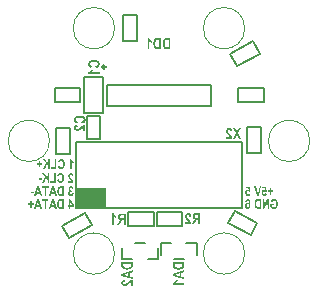
<source format=gbo>
G04*
G04 #@! TF.GenerationSoftware,Altium Limited,Altium Designer,22.7.1 (60)*
G04*
G04 Layer_Color=32896*
%FSLAX43Y43*%
%MOMM*%
G71*
G04*
G04 #@! TF.SameCoordinates,4835CE25-E48C-4DDB-B082-209FFF86AC7D*
G04*
G04*
G04 #@! TF.FilePolarity,Positive*
G04*
G01*
G75*
%ADD10C,0.200*%
%ADD11C,0.100*%
%ADD51C,0.250*%
%ADD52C,0.150*%
%ADD53R,2.500X1.750*%
G36*
X16659Y8650D02*
X16555Y8632D01*
X16547Y8643D01*
X16538Y8651D01*
X16530Y8660D01*
X16522Y8666D01*
X16505Y8677D01*
X16489Y8684D01*
X16476Y8687D01*
X16466Y8690D01*
X16459Y8691D01*
X16457D01*
X16441Y8690D01*
X16428Y8685D01*
X16415Y8679D01*
X16405Y8673D01*
X16397Y8666D01*
X16391Y8660D01*
X16387Y8655D01*
X16386Y8654D01*
X16376Y8638D01*
X16369Y8621D01*
X16364Y8602D01*
X16361Y8584D01*
X16358Y8567D01*
X16357Y8554D01*
Y8548D01*
Y8544D01*
Y8542D01*
Y8541D01*
X16358Y8513D01*
X16362Y8488D01*
X16367Y8468D01*
X16371Y8451D01*
X16376Y8439D01*
X16381Y8429D01*
X16385Y8424D01*
X16386Y8422D01*
X16397Y8409D01*
X16407Y8400D01*
X16419Y8393D01*
X16430Y8388D01*
X16439Y8386D01*
X16446Y8385D01*
X16452Y8383D01*
X16453D01*
X16465Y8385D01*
X16476Y8388D01*
X16487Y8393D01*
X16495Y8399D01*
X16502Y8404D01*
X16508Y8409D01*
X16512Y8412D01*
X16513Y8413D01*
X16523Y8426D01*
X16530Y8440D01*
X16536Y8453D01*
X16540Y8466D01*
X16542Y8478D01*
X16544Y8489D01*
X16546Y8495D01*
Y8498D01*
X16673Y8481D01*
X16667Y8444D01*
X16662Y8426D01*
X16657Y8410D01*
X16651Y8395D01*
X16645Y8382D01*
X16639Y8369D01*
X16633Y8358D01*
X16627Y8349D01*
X16621Y8340D01*
X16617Y8333D01*
X16612Y8327D01*
X16608Y8322D01*
X16604Y8319D01*
X16603Y8317D01*
X16602Y8316D01*
X16590Y8307D01*
X16578Y8297D01*
X16554Y8283D01*
X16529Y8273D01*
X16506Y8266D01*
X16486Y8262D01*
X16476Y8260D01*
X16469D01*
X16463Y8259D01*
X16454D01*
X16434Y8260D01*
X16416Y8262D01*
X16398Y8267D01*
X16382Y8273D01*
X16367Y8279D01*
X16353Y8286D01*
X16340Y8295D01*
X16329Y8303D01*
X16320Y8311D01*
X16310Y8320D01*
X16303Y8327D01*
X16297Y8333D01*
X16292Y8339D01*
X16289Y8344D01*
X16287Y8346D01*
X16286Y8347D01*
X16275Y8364D01*
X16266Y8382D01*
X16258Y8399D01*
X16251Y8416D01*
X16240Y8450D01*
X16233Y8480D01*
X16231Y8494D01*
X16230Y8506D01*
X16227Y8517D01*
Y8526D01*
X16226Y8534D01*
Y8540D01*
Y8543D01*
Y8544D01*
X16227Y8568D01*
X16228Y8591D01*
X16232Y8612D01*
X16237Y8632D01*
X16242Y8650D01*
X16248Y8668D01*
X16255Y8684D01*
X16261Y8698D01*
X16267Y8710D01*
X16274Y8721D01*
X16280Y8731D01*
X16285Y8739D01*
X16290Y8745D01*
X16292Y8750D01*
X16295Y8752D01*
X16296Y8753D01*
X16307Y8764D01*
X16317Y8774D01*
X16328Y8782D01*
X16340Y8790D01*
X16363Y8800D01*
X16383Y8809D01*
X16403Y8812D01*
X16410Y8814D01*
X16417Y8815D01*
X16423Y8816D01*
X16430D01*
X16447Y8815D01*
X16463Y8811D01*
X16477Y8808D01*
X16490Y8803D01*
X16502Y8797D01*
X16511Y8793D01*
X16516Y8790D01*
X16518Y8788D01*
X16496Y8928D01*
X16256D01*
Y9073D01*
X16594D01*
X16659Y8650D01*
D02*
G37*
G36*
X15261D02*
X15158Y8632D01*
X15150Y8643D01*
X15141Y8651D01*
X15133Y8660D01*
X15124Y8666D01*
X15108Y8677D01*
X15092Y8684D01*
X15079Y8687D01*
X15069Y8690D01*
X15062Y8691D01*
X15059D01*
X15044Y8690D01*
X15031Y8685D01*
X15017Y8679D01*
X15008Y8673D01*
X14999Y8666D01*
X14993Y8660D01*
X14990Y8655D01*
X14989Y8654D01*
X14979Y8638D01*
X14972Y8621D01*
X14967Y8602D01*
X14963Y8584D01*
X14961Y8567D01*
X14960Y8554D01*
Y8548D01*
Y8544D01*
Y8542D01*
Y8541D01*
X14961Y8513D01*
X14965Y8488D01*
X14969Y8468D01*
X14974Y8451D01*
X14979Y8439D01*
X14984Y8429D01*
X14987Y8424D01*
X14989Y8422D01*
X14999Y8409D01*
X15010Y8400D01*
X15022Y8393D01*
X15033Y8388D01*
X15041Y8386D01*
X15049Y8385D01*
X15055Y8383D01*
X15056D01*
X15068Y8385D01*
X15079Y8388D01*
X15090Y8393D01*
X15098Y8399D01*
X15105Y8404D01*
X15111Y8409D01*
X15115Y8412D01*
X15116Y8413D01*
X15126Y8426D01*
X15133Y8440D01*
X15139Y8453D01*
X15142Y8466D01*
X15145Y8478D01*
X15147Y8489D01*
X15148Y8495D01*
Y8498D01*
X15276Y8481D01*
X15270Y8444D01*
X15265Y8426D01*
X15260Y8410D01*
X15254Y8395D01*
X15248Y8382D01*
X15242Y8369D01*
X15236Y8358D01*
X15230Y8349D01*
X15224Y8340D01*
X15219Y8333D01*
X15214Y8327D01*
X15211Y8322D01*
X15207Y8319D01*
X15206Y8317D01*
X15205Y8316D01*
X15193Y8307D01*
X15181Y8297D01*
X15157Y8283D01*
X15132Y8273D01*
X15109Y8266D01*
X15088Y8262D01*
X15079Y8260D01*
X15071D01*
X15065Y8259D01*
X15057D01*
X15037Y8260D01*
X15019Y8262D01*
X15001Y8267D01*
X14985Y8273D01*
X14969Y8279D01*
X14956Y8286D01*
X14943Y8295D01*
X14932Y8303D01*
X14923Y8311D01*
X14913Y8320D01*
X14906Y8327D01*
X14900Y8333D01*
X14895Y8339D01*
X14891Y8344D01*
X14890Y8346D01*
X14889Y8347D01*
X14878Y8364D01*
X14868Y8382D01*
X14861Y8399D01*
X14854Y8416D01*
X14843Y8450D01*
X14836Y8480D01*
X14834Y8494D01*
X14832Y8506D01*
X14830Y8517D01*
Y8526D01*
X14829Y8534D01*
Y8540D01*
Y8543D01*
Y8544D01*
X14830Y8568D01*
X14831Y8591D01*
X14835Y8612D01*
X14840Y8632D01*
X14844Y8650D01*
X14850Y8668D01*
X14858Y8684D01*
X14864Y8698D01*
X14870Y8710D01*
X14877Y8721D01*
X14883Y8731D01*
X14888Y8739D01*
X14892Y8745D01*
X14895Y8750D01*
X14897Y8752D01*
X14898Y8753D01*
X14909Y8764D01*
X14920Y8774D01*
X14931Y8782D01*
X14943Y8790D01*
X14966Y8800D01*
X14986Y8809D01*
X15005Y8812D01*
X15013Y8814D01*
X15020Y8815D01*
X15026Y8816D01*
X15033D01*
X15050Y8815D01*
X15065Y8811D01*
X15080Y8808D01*
X15093Y8803D01*
X15105Y8797D01*
X15114Y8793D01*
X15118Y8790D01*
X15121Y8788D01*
X15099Y8928D01*
X14859D01*
Y9073D01*
X15196D01*
X15261Y8650D01*
D02*
G37*
G36*
X15961Y8272D02*
X15814D01*
X15577Y9084D01*
X15721D01*
X15884Y8482D01*
X16052Y9084D01*
X16197D01*
X15961Y8272D01*
D02*
G37*
G36*
X17047Y8745D02*
X17221D01*
Y8600D01*
X17047D01*
Y8388D01*
X16930D01*
Y8600D01*
X16755D01*
Y8745D01*
X16930D01*
Y8957D01*
X17047D01*
Y8745D01*
D02*
G37*
G36*
X15051Y8005D02*
X15070Y8003D01*
X15087Y7997D01*
X15104Y7991D01*
X15134Y7975D01*
X15147Y7967D01*
X15159Y7957D01*
X15170Y7948D01*
X15180Y7939D01*
X15188Y7931D01*
X15195Y7924D01*
X15200Y7918D01*
X15204Y7913D01*
X15206Y7909D01*
X15207Y7908D01*
X15219Y7889D01*
X15229Y7866D01*
X15238Y7842D01*
X15246Y7817D01*
X15258Y7764D01*
X15266Y7711D01*
X15269Y7686D01*
X15271Y7663D01*
X15272Y7643D01*
X15273Y7623D01*
X15275Y7609D01*
Y7597D01*
Y7590D01*
Y7589D01*
Y7587D01*
X15273Y7548D01*
X15272Y7510D01*
X15269Y7477D01*
X15265Y7446D01*
X15259Y7417D01*
X15254Y7392D01*
X15248Y7368D01*
X15242Y7347D01*
X15236Y7329D01*
X15230Y7315D01*
X15224Y7301D01*
X15219Y7291D01*
X15216Y7283D01*
X15212Y7277D01*
X15211Y7274D01*
X15210Y7273D01*
X15196Y7256D01*
X15183Y7241D01*
X15170Y7229D01*
X15156Y7219D01*
X15142Y7209D01*
X15128Y7202D01*
X15115Y7196D01*
X15102Y7191D01*
X15079Y7184D01*
X15069Y7181D01*
X15061Y7180D01*
X15053D01*
X15049Y7179D01*
X15044D01*
X15027Y7180D01*
X15011Y7182D01*
X14996Y7186D01*
X14981Y7190D01*
X14955Y7202D01*
X14933Y7215D01*
X14915Y7228D01*
X14908Y7234D01*
X14902Y7240D01*
X14897Y7244D01*
X14894Y7247D01*
X14892Y7250D01*
X14891Y7251D01*
X14880Y7265D01*
X14871Y7281D01*
X14862Y7297D01*
X14855Y7313D01*
X14844Y7347D01*
X14836Y7378D01*
X14834Y7394D01*
X14832Y7407D01*
X14831Y7420D01*
X14830Y7431D01*
X14829Y7440D01*
Y7446D01*
Y7450D01*
Y7452D01*
X14830Y7473D01*
X14831Y7495D01*
X14834Y7514D01*
X14838Y7533D01*
X14842Y7550D01*
X14847Y7566D01*
X14853Y7580D01*
X14858Y7593D01*
X14864Y7605D01*
X14868Y7616D01*
X14874Y7625D01*
X14878Y7632D01*
X14882Y7638D01*
X14885Y7641D01*
X14886Y7644D01*
X14888Y7645D01*
X14898Y7658D01*
X14910Y7669D01*
X14921Y7679D01*
X14933Y7687D01*
X14944Y7694D01*
X14956Y7700D01*
X14977Y7709D01*
X14996Y7715D01*
X15003Y7716D01*
X15010Y7717D01*
X15016Y7718D01*
X15023D01*
X15037Y7717D01*
X15049Y7716D01*
X15061Y7712D01*
X15070Y7710D01*
X15077Y7706D01*
X15085Y7703D01*
X15088Y7701D01*
X15090Y7700D01*
X15100Y7693D01*
X15110Y7685D01*
X15118Y7676D01*
X15127Y7668D01*
X15133Y7661D01*
X15138Y7655D01*
X15141Y7650D01*
X15142Y7649D01*
X15141Y7674D01*
X15139Y7697D01*
X15136Y7717D01*
X15134Y7735D01*
X15132Y7752D01*
X15128Y7768D01*
X15126Y7781D01*
X15122Y7793D01*
X15120Y7802D01*
X15117Y7811D01*
X15114Y7818D01*
X15112Y7823D01*
X15110Y7828D01*
X15109Y7830D01*
X15108Y7832D01*
X15097Y7848D01*
X15085Y7859D01*
X15074Y7867D01*
X15063Y7872D01*
X15053Y7876D01*
X15046Y7877D01*
X15040Y7878D01*
X15039D01*
X15028Y7877D01*
X15017Y7875D01*
X15009Y7870D01*
X15001Y7864D01*
X14987Y7849D01*
X14979Y7834D01*
X14972Y7817D01*
X14968Y7802D01*
X14967Y7796D01*
X14966Y7792D01*
Y7789D01*
Y7788D01*
X14842Y7805D01*
X14849Y7841D01*
X14858Y7871D01*
X14868Y7897D01*
X14879Y7919D01*
X14890Y7935D01*
X14898Y7947D01*
X14904Y7954D01*
X14907Y7956D01*
X14926Y7973D01*
X14948Y7985D01*
X14968Y7995D01*
X14989Y8001D01*
X15005Y8004D01*
X15020Y8005D01*
X15025Y8007D01*
X15032D01*
X15051Y8005D01*
D02*
G37*
G36*
X16845Y7192D02*
X16720D01*
Y7721D01*
X16452Y7192D01*
X16316D01*
Y8004D01*
X16441D01*
Y7461D01*
X16715Y8004D01*
X16845D01*
Y7192D01*
D02*
G37*
G36*
X17301Y8015D02*
X17334Y8010D01*
X17363Y8002D01*
X17388Y7993D01*
X17399Y7989D01*
X17408Y7985D01*
X17417Y7980D01*
X17423Y7977D01*
X17429Y7974D01*
X17432Y7972D01*
X17435Y7969D01*
X17436D01*
X17461Y7950D01*
X17484Y7927D01*
X17503Y7905D01*
X17520Y7881D01*
X17533Y7860D01*
X17539Y7852D01*
X17543Y7843D01*
X17546Y7837D01*
X17549Y7832D01*
X17551Y7829D01*
Y7828D01*
X17566Y7790D01*
X17576Y7752D01*
X17585Y7714D01*
X17590Y7677D01*
X17592Y7661D01*
X17593Y7646D01*
X17594Y7632D01*
Y7621D01*
X17596Y7611D01*
Y7604D01*
Y7599D01*
Y7598D01*
X17593Y7551D01*
X17588Y7508D01*
X17586Y7488D01*
X17582Y7470D01*
X17578Y7452D01*
X17574Y7436D01*
X17570Y7422D01*
X17566Y7408D01*
X17562Y7398D01*
X17560Y7388D01*
X17556Y7381D01*
X17555Y7376D01*
X17552Y7372D01*
Y7371D01*
X17534Y7337D01*
X17515Y7309D01*
X17495Y7283D01*
X17476Y7263D01*
X17459Y7247D01*
X17444Y7237D01*
X17439Y7232D01*
X17436Y7229D01*
X17433Y7228D01*
X17432Y7227D01*
X17403Y7211D01*
X17373Y7199D01*
X17343Y7191D01*
X17317Y7185D01*
X17305Y7182D01*
X17293Y7181D01*
X17283Y7180D01*
X17275D01*
X17268Y7179D01*
X17258D01*
X17228Y7180D01*
X17199Y7185D01*
X17172Y7191D01*
X17148Y7197D01*
X17127Y7204D01*
X17119Y7207D01*
X17110Y7209D01*
X17105Y7211D01*
X17101Y7214D01*
X17098Y7215D01*
X17097D01*
X17068Y7229D01*
X17043Y7245D01*
X17023Y7259D01*
X17005Y7274D01*
X16990Y7286D01*
X16981Y7295D01*
X16975Y7301D01*
X16972Y7304D01*
Y7627D01*
X17262D01*
Y7490D01*
X17108D01*
Y7388D01*
X17121Y7376D01*
X17134Y7366D01*
X17148Y7358D01*
X17158Y7351D01*
X17169Y7345D01*
X17178Y7341D01*
X17182Y7339D01*
X17185Y7337D01*
X17200Y7331D01*
X17215Y7327D01*
X17229Y7324D01*
X17241Y7322D01*
X17251Y7321D01*
X17258Y7319D01*
X17265D01*
X17281Y7321D01*
X17295Y7322D01*
X17322Y7329D01*
X17346Y7340D01*
X17365Y7352D01*
X17379Y7364D01*
X17390Y7375D01*
X17397Y7382D01*
X17399Y7383D01*
X17400Y7384D01*
X17409Y7400D01*
X17418Y7416D01*
X17432Y7452D01*
X17442Y7489D01*
X17449Y7525D01*
X17451Y7541D01*
X17453Y7556D01*
X17455Y7571D01*
Y7583D01*
X17456Y7592D01*
Y7601D01*
Y7605D01*
Y7607D01*
X17455Y7632D01*
X17454Y7655D01*
X17451Y7676D01*
X17448Y7697D01*
X17444Y7715D01*
X17439Y7732D01*
X17435Y7746D01*
X17430Y7759D01*
X17425Y7771D01*
X17420Y7782D01*
X17415Y7790D01*
X17412Y7798D01*
X17408Y7802D01*
X17406Y7806D01*
X17403Y7808D01*
Y7810D01*
X17393Y7822D01*
X17382Y7832D01*
X17371Y7841D01*
X17359Y7848D01*
X17336Y7860D01*
X17313Y7869D01*
X17294Y7873D01*
X17286Y7875D01*
X17278Y7876D01*
X17272Y7877D01*
X17264D01*
X17244Y7876D01*
X17226Y7872D01*
X17210Y7866D01*
X17196Y7860D01*
X17185Y7854D01*
X17176Y7848D01*
X17170Y7844D01*
X17169Y7843D01*
X17156Y7830D01*
X17144Y7814D01*
X17134Y7798D01*
X17127Y7783D01*
X17121Y7769D01*
X17118Y7758D01*
X17115Y7750D01*
X17114Y7748D01*
Y7747D01*
X16981Y7777D01*
X16985Y7799D01*
X16990Y7819D01*
X16997Y7837D01*
X17005Y7855D01*
X17012Y7871D01*
X17020Y7885D01*
X17027Y7899D01*
X17036Y7911D01*
X17043Y7921D01*
X17050Y7931D01*
X17057Y7938D01*
X17062Y7945D01*
X17067Y7950D01*
X17071Y7954D01*
X17073Y7955D01*
X17074Y7956D01*
X17087Y7967D01*
X17103Y7977D01*
X17119Y7985D01*
X17134Y7992D01*
X17166Y8003D01*
X17197Y8010D01*
X17210Y8013D01*
X17223Y8014D01*
X17235Y8015D01*
X17245Y8016D01*
X17253Y8017D01*
X17265D01*
X17301Y8015D01*
D02*
G37*
G36*
X16177Y7192D02*
X15924D01*
X15896Y7193D01*
X15869Y7196D01*
X15846Y7199D01*
X15827Y7204D01*
X15812Y7208D01*
X15801Y7211D01*
X15794Y7214D01*
X15791Y7215D01*
X15772Y7225D01*
X15755Y7235D01*
X15741Y7246D01*
X15727Y7257D01*
X15718Y7267D01*
X15709Y7275D01*
X15705Y7280D01*
X15703Y7282D01*
X15690Y7300D01*
X15678Y7321D01*
X15667Y7341D01*
X15659Y7361D01*
X15652Y7378D01*
X15647Y7393D01*
X15645Y7399D01*
X15643Y7402D01*
X15642Y7405D01*
Y7406D01*
X15634Y7436D01*
X15628Y7467D01*
X15624Y7498D01*
X15621Y7527D01*
Y7541D01*
X15619Y7553D01*
Y7563D01*
X15618Y7572D01*
Y7579D01*
Y7585D01*
Y7589D01*
Y7590D01*
X15619Y7632D01*
X15622Y7669D01*
X15623Y7687D01*
X15625Y7703D01*
X15628Y7717D01*
X15629Y7730D01*
X15631Y7742D01*
X15634Y7753D01*
X15636Y7763D01*
X15637Y7770D01*
X15639Y7776D01*
X15640Y7781D01*
X15641Y7783D01*
Y7784D01*
X15651Y7813D01*
X15660Y7838D01*
X15671Y7860D01*
X15682Y7878D01*
X15690Y7894D01*
X15697Y7905D01*
X15702Y7911D01*
X15705Y7913D01*
X15720Y7930D01*
X15735Y7944D01*
X15750Y7956D01*
X15764Y7966D01*
X15776Y7973D01*
X15784Y7979D01*
X15790Y7981D01*
X15792Y7983D01*
X15812Y7990D01*
X15834Y7995D01*
X15857Y7999D01*
X15880Y8002D01*
X15900Y8003D01*
X15909D01*
X15916Y8004D01*
X16177D01*
Y7192D01*
D02*
G37*
G36*
X-3259Y7652D02*
X-3085D01*
Y7507D01*
X-3259D01*
Y7295D01*
X-3376D01*
Y7507D01*
X-3551D01*
Y7652D01*
X-3376D01*
Y7864D01*
X-3259D01*
Y7652D01*
D02*
G37*
G36*
X296Y7478D02*
Y7342D01*
X23D01*
Y7179D01*
X-101D01*
Y7342D01*
X-184D01*
Y7479D01*
X-101D01*
Y7993D01*
X7D01*
X296Y7478D01*
D02*
G37*
G36*
X-531Y7179D02*
X-783D01*
X-812Y7180D01*
X-838Y7182D01*
X-861Y7186D01*
X-881Y7191D01*
X-896Y7194D01*
X-907Y7198D01*
X-914Y7201D01*
X-917Y7202D01*
X-936Y7211D01*
X-953Y7222D01*
X-967Y7233D01*
X-980Y7244D01*
X-990Y7253D01*
X-998Y7262D01*
X-1003Y7267D01*
X-1004Y7269D01*
X-1017Y7287D01*
X-1030Y7307D01*
X-1040Y7328D01*
X-1049Y7348D01*
X-1056Y7365D01*
X-1061Y7380D01*
X-1063Y7386D01*
X-1064Y7389D01*
X-1066Y7392D01*
Y7393D01*
X-1074Y7423D01*
X-1080Y7454D01*
X-1084Y7485D01*
X-1087Y7514D01*
Y7527D01*
X-1088Y7539D01*
Y7550D01*
X-1090Y7559D01*
Y7566D01*
Y7572D01*
Y7575D01*
Y7577D01*
X-1088Y7619D01*
X-1086Y7656D01*
X-1085Y7674D01*
X-1082Y7689D01*
X-1080Y7704D01*
X-1079Y7717D01*
X-1076Y7729D01*
X-1074Y7740D01*
X-1072Y7750D01*
X-1070Y7757D01*
X-1069Y7763D01*
X-1068Y7768D01*
X-1067Y7770D01*
Y7771D01*
X-1057Y7800D01*
X-1048Y7825D01*
X-1037Y7847D01*
X-1026Y7865D01*
X-1017Y7881D01*
X-1010Y7891D01*
X-1005Y7897D01*
X-1003Y7900D01*
X-987Y7917D01*
X-973Y7931D01*
X-957Y7943D01*
X-944Y7953D01*
X-932Y7960D01*
X-924Y7966D01*
X-918Y7968D01*
X-915Y7969D01*
X-896Y7977D01*
X-873Y7981D01*
X-850Y7986D01*
X-828Y7989D01*
X-807Y7990D01*
X-799D01*
X-792Y7991D01*
X-531D01*
Y7179D01*
D02*
G37*
G36*
X-1135D02*
X-1278D01*
X-1332Y7363D01*
X-1601D01*
X-1659Y7179D01*
X-1804D01*
X-1536Y7991D01*
X-1394D01*
X-1135Y7179D01*
D02*
G37*
G36*
X-1827Y7854D02*
X-2025D01*
Y7179D01*
X-2160D01*
Y7854D01*
X-2357D01*
Y7991D01*
X-1827D01*
Y7854D01*
D02*
G37*
G36*
X-2375Y7179D02*
X-2518D01*
X-2572Y7363D01*
X-2841D01*
X-2899Y7179D01*
X-3044D01*
X-2776Y7991D01*
X-2633D01*
X-2375Y7179D01*
D02*
G37*
G36*
X109Y9084D02*
X136Y9078D01*
X160Y9069D01*
X179Y9061D01*
X195Y9051D01*
X207Y9043D01*
X214Y9037D01*
X215Y9036D01*
X216Y9035D01*
X226Y9025D01*
X234Y9013D01*
X250Y8988D01*
X262Y8961D01*
X272Y8935D01*
X279Y8911D01*
X281Y8901D01*
X284Y8892D01*
X285Y8884D01*
X286Y8878D01*
X287Y8875D01*
Y8874D01*
X170Y8850D01*
X167Y8869D01*
X164Y8884D01*
X159Y8899D01*
X154Y8910D01*
X149Y8918D01*
X145Y8925D01*
X143Y8929D01*
X142Y8930D01*
X132Y8940D01*
X123Y8946D01*
X113Y8951D01*
X105Y8954D01*
X97Y8957D01*
X90Y8958D01*
X85D01*
X73Y8957D01*
X63Y8954D01*
X53Y8951D01*
X46Y8946D01*
X40Y8941D01*
X35Y8937D01*
X33Y8935D01*
X31Y8934D01*
X24Y8924D01*
X19Y8913D01*
X15Y8902D01*
X12Y8893D01*
X11Y8883D01*
X10Y8876D01*
Y8871D01*
Y8869D01*
X11Y8851D01*
X15Y8835D01*
X19Y8822D01*
X24Y8811D01*
X29Y8803D01*
X34Y8796D01*
X37Y8792D01*
X39Y8791D01*
X51Y8782D01*
X63Y8775D01*
X76Y8772D01*
X89Y8768D01*
X100Y8767D01*
X109Y8766D01*
X118D01*
X131Y8638D01*
X119Y8642D01*
X108Y8645D01*
X97Y8648D01*
X89Y8649D01*
X83Y8650D01*
X73D01*
X60Y8649D01*
X48Y8645D01*
X37Y8639D01*
X28Y8633D01*
X21Y8626D01*
X15Y8621D01*
X11Y8617D01*
X10Y8615D01*
X1Y8602D01*
X-6Y8587D01*
X-11Y8571D01*
X-13Y8556D01*
X-15Y8543D01*
X-17Y8532D01*
Y8525D01*
Y8524D01*
Y8523D01*
X-15Y8500D01*
X-12Y8481D01*
X-8Y8463D01*
X-3Y8450D01*
X3Y8438D01*
X6Y8430D01*
X10Y8424D01*
X11Y8423D01*
X22Y8411D01*
X33Y8403D01*
X45Y8397D01*
X55Y8393D01*
X64Y8391D01*
X71Y8388D01*
X78D01*
X91Y8389D01*
X103Y8393D01*
X114Y8398D01*
X123Y8404D01*
X130Y8409D01*
X136Y8413D01*
X139Y8417D01*
X141Y8418D01*
X149Y8430D01*
X156Y8445D01*
X162Y8459D01*
X166Y8474D01*
X170Y8487D01*
X171Y8496D01*
X172Y8504D01*
Y8505D01*
Y8506D01*
X296Y8488D01*
X290Y8450D01*
X281Y8417D01*
X275Y8401D01*
X269Y8388D01*
X263Y8375D01*
X257Y8364D01*
X251Y8353D01*
X245Y8345D01*
X240Y8338D01*
X236Y8331D01*
X232Y8326D01*
X228Y8322D01*
X227Y8321D01*
X226Y8320D01*
X214Y8309D01*
X202Y8299D01*
X190Y8291D01*
X177Y8285D01*
X152Y8273D01*
X129Y8266D01*
X108Y8262D01*
X99Y8261D01*
X91Y8260D01*
X85Y8259D01*
X77D01*
X60Y8260D01*
X45Y8262D01*
X29Y8266D01*
X13Y8269D01*
X-13Y8281D01*
X-36Y8295D01*
X-55Y8308D01*
X-62Y8314D01*
X-68Y8320D01*
X-73Y8323D01*
X-78Y8327D01*
X-79Y8329D01*
X-80Y8331D01*
X-92Y8345D01*
X-103Y8359D01*
X-112Y8375D01*
X-119Y8391D01*
X-131Y8421D01*
X-139Y8450D01*
X-142Y8464D01*
X-144Y8476D01*
X-145Y8487D01*
X-146Y8496D01*
X-148Y8504D01*
Y8510D01*
Y8513D01*
Y8514D01*
X-146Y8542D01*
X-142Y8567D01*
X-137Y8589D01*
X-130Y8607D01*
X-124Y8621D01*
X-118Y8632D01*
X-113Y8639D01*
X-112Y8642D01*
X-97Y8660D01*
X-83Y8674D01*
X-68Y8685D01*
X-54Y8695D01*
X-41Y8701D01*
X-31Y8704D01*
X-24Y8707D01*
X-23Y8708D01*
X-22D01*
X-38Y8720D01*
X-53Y8733D01*
X-66Y8746D01*
X-76Y8757D01*
X-84Y8768D01*
X-89Y8775D01*
X-92Y8780D01*
X-94Y8782D01*
X-102Y8799D01*
X-108Y8816D01*
X-113Y8832D01*
X-115Y8847D01*
X-118Y8859D01*
X-119Y8870D01*
Y8876D01*
Y8878D01*
Y8893D01*
X-116Y8907D01*
X-110Y8934D01*
X-102Y8958D01*
X-92Y8979D01*
X-82Y8997D01*
X-77Y9005D01*
X-73Y9011D01*
X-70Y9015D01*
X-67Y9019D01*
X-66Y9020D01*
X-65Y9021D01*
X-54Y9033D01*
X-43Y9043D01*
X-31Y9051D01*
X-19Y9059D01*
X5Y9071D01*
X28Y9078D01*
X49Y9083D01*
X58Y9084D01*
X65Y9085D01*
X72Y9086D01*
X95D01*
X109Y9084D01*
D02*
G37*
G36*
X-3057Y8488D02*
X-3310D01*
Y8644D01*
X-3057D01*
Y8488D01*
D02*
G37*
G36*
X-513Y8272D02*
X-765D01*
X-794Y8273D01*
X-820Y8275D01*
X-843Y8279D01*
X-863Y8284D01*
X-878Y8287D01*
X-889Y8291D01*
X-896Y8293D01*
X-899Y8295D01*
X-918Y8304D01*
X-935Y8315D01*
X-949Y8326D01*
X-962Y8337D01*
X-972Y8346D01*
X-980Y8355D01*
X-985Y8359D01*
X-986Y8362D01*
X-999Y8380D01*
X-1011Y8400D01*
X-1022Y8421D01*
X-1031Y8441D01*
X-1038Y8458D01*
X-1043Y8472D01*
X-1045Y8478D01*
X-1046Y8482D01*
X-1048Y8484D01*
Y8486D01*
X-1056Y8516D01*
X-1062Y8547D01*
X-1066Y8578D01*
X-1069Y8607D01*
Y8620D01*
X-1070Y8632D01*
Y8643D01*
X-1072Y8651D01*
Y8659D01*
Y8665D01*
Y8668D01*
Y8669D01*
X-1070Y8711D01*
X-1068Y8749D01*
X-1067Y8767D01*
X-1064Y8782D01*
X-1062Y8797D01*
X-1061Y8810D01*
X-1058Y8822D01*
X-1056Y8833D01*
X-1054Y8842D01*
X-1052Y8850D01*
X-1051Y8856D01*
X-1050Y8860D01*
X-1049Y8863D01*
Y8864D01*
X-1039Y8893D01*
X-1030Y8918D01*
X-1019Y8940D01*
X-1008Y8958D01*
X-999Y8973D01*
X-992Y8984D01*
X-987Y8990D01*
X-985Y8993D01*
X-969Y9009D01*
X-955Y9024D01*
X-939Y9036D01*
X-926Y9045D01*
X-914Y9053D01*
X-906Y9059D01*
X-900Y9061D01*
X-897Y9062D01*
X-878Y9069D01*
X-855Y9074D01*
X-832Y9079D01*
X-810Y9081D01*
X-789Y9083D01*
X-781D01*
X-774Y9084D01*
X-513D01*
Y8272D01*
D02*
G37*
G36*
X-1117D02*
X-1260D01*
X-1314Y8456D01*
X-1583D01*
X-1641Y8272D01*
X-1786D01*
X-1518Y9084D01*
X-1376D01*
X-1117Y8272D01*
D02*
G37*
G36*
X-1809Y8947D02*
X-2007D01*
Y8272D01*
X-2142D01*
Y8947D01*
X-2339D01*
Y9084D01*
X-1809D01*
Y8947D01*
D02*
G37*
G36*
X-2357Y8272D02*
X-2500D01*
X-2554Y8456D01*
X-2823D01*
X-2881Y8272D01*
X-3026D01*
X-2758Y9084D01*
X-2615D01*
X-2357Y8272D01*
D02*
G37*
G36*
X77Y10200D02*
X94Y10198D01*
X124Y10191D01*
X150Y10183D01*
X172Y10172D01*
X190Y10161D01*
X196Y10155D01*
X202Y10151D01*
X207Y10148D01*
X210Y10144D01*
X212Y10143D01*
X213Y10142D01*
X224Y10130D01*
X232Y10118D01*
X248Y10089D01*
X260Y10059D01*
X268Y10030D01*
X272Y10016D01*
X275Y10003D01*
X276Y9991D01*
X279Y9981D01*
X280Y9972D01*
Y9966D01*
X281Y9962D01*
Y9960D01*
X154Y9944D01*
X152Y9966D01*
X148Y9986D01*
X143Y10003D01*
X137Y10017D01*
X130Y10030D01*
X123Y10040D01*
X114Y10048D01*
X106Y10055D01*
X97Y10060D01*
X90Y10064D01*
X76Y10069D01*
X71Y10070D01*
X66Y10071D01*
X63D01*
X49Y10070D01*
X36Y10066D01*
X25Y10063D01*
X17Y10058D01*
X10Y10052D01*
X5Y10048D01*
X1Y10045D01*
X0Y10043D01*
X-8Y10033D01*
X-14Y10019D01*
X-18Y10006D01*
X-22Y9993D01*
X-23Y9981D01*
X-24Y9971D01*
Y9965D01*
Y9964D01*
Y9963D01*
X-23Y9945D01*
X-19Y9927D01*
X-14Y9910D01*
X-9Y9896D01*
X-5Y9882D01*
X0Y9873D01*
X4Y9867D01*
X5Y9864D01*
X10Y9857D01*
X16Y9849D01*
X30Y9830D01*
X47Y9809D01*
X65Y9787D01*
X82Y9767D01*
X89Y9757D01*
X96Y9750D01*
X101Y9744D01*
X106Y9739D01*
X108Y9736D01*
X109Y9735D01*
X129Y9713D01*
X145Y9691D01*
X162Y9672D01*
X177Y9654D01*
X190Y9636D01*
X201Y9620D01*
X212Y9606D01*
X220Y9593D01*
X228Y9581D01*
X236Y9571D01*
X240Y9562D01*
X245Y9554D01*
X249Y9548D01*
X250Y9545D01*
X252Y9542D01*
Y9541D01*
X264Y9514D01*
X274Y9486D01*
X282Y9459D01*
X287Y9437D01*
X291Y9416D01*
X293Y9408D01*
X294Y9401D01*
Y9395D01*
X296Y9390D01*
Y9387D01*
Y9386D01*
X-152D01*
Y9530D01*
X102D01*
X94Y9546D01*
X85Y9559D01*
X82Y9564D01*
X78Y9569D01*
X77Y9571D01*
X76Y9572D01*
X67Y9583D01*
X57Y9596D01*
X43Y9611D01*
X30Y9626D01*
X18Y9641D01*
X7Y9653D01*
X4Y9658D01*
X0Y9661D01*
X-1Y9663D01*
X-2Y9664D01*
X-25Y9690D01*
X-44Y9714D01*
X-61Y9735D01*
X-74Y9753D01*
X-84Y9766D01*
X-91Y9777D01*
X-95Y9783D01*
X-96Y9785D01*
X-106Y9803D01*
X-115Y9820D01*
X-122Y9836D01*
X-128Y9850D01*
X-132Y9862D01*
X-136Y9870D01*
X-138Y9876D01*
Y9879D01*
X-143Y9897D01*
X-146Y9914D01*
X-149Y9930D01*
X-151Y9945D01*
Y9958D01*
X-152Y9968D01*
Y9974D01*
Y9976D01*
Y9993D01*
X-150Y10009D01*
X-144Y10037D01*
X-136Y10064D01*
X-126Y10087D01*
X-115Y10106D01*
X-110Y10114D01*
X-107Y10120D01*
X-103Y10125D01*
X-101Y10129D01*
X-100Y10131D01*
X-98Y10132D01*
X-88Y10144D01*
X-77Y10155D01*
X-65Y10164D01*
X-52Y10172D01*
X-38Y10179D01*
X-25Y10184D01*
X0Y10192D01*
X24Y10197D01*
X34Y10198D01*
X43Y10200D01*
X51Y10201D01*
X60D01*
X77Y10200D01*
D02*
G37*
G36*
X-1768Y9386D02*
X-1903D01*
Y9631D01*
X-2012Y9767D01*
X-2194Y9386D01*
X-2369D01*
X-2107Y9884D01*
X-2357Y10198D01*
X-2176D01*
X-1903Y9836D01*
Y10198D01*
X-1768D01*
Y9386D01*
D02*
G37*
G36*
X-2398Y9602D02*
X-2650D01*
Y9759D01*
X-2398D01*
Y9602D01*
D02*
G37*
G36*
X-789Y10210D02*
X-765Y10207D01*
X-744Y10202D01*
X-722Y10196D01*
X-703Y10188D01*
X-685Y10179D01*
X-668Y10170D01*
X-653Y10161D01*
X-640Y10151D01*
X-628Y10142D01*
X-619Y10133D01*
X-610Y10125D01*
X-604Y10119D01*
X-599Y10114D01*
X-597Y10111D01*
X-596Y10109D01*
X-579Y10087D01*
X-565Y10061D01*
X-553Y10036D01*
X-542Y10010D01*
X-532Y9982D01*
X-525Y9956D01*
X-519Y9929D01*
X-514Y9903D01*
X-510Y9879D01*
X-507Y9857D01*
X-504Y9837D01*
X-503Y9819D01*
Y9805D01*
X-502Y9795D01*
Y9787D01*
Y9786D01*
Y9785D01*
X-503Y9749D01*
X-506Y9715D01*
X-510Y9683D01*
X-516Y9653D01*
X-524Y9625D01*
X-531Y9600D01*
X-539Y9576D01*
X-549Y9556D01*
X-557Y9536D01*
X-566Y9520D01*
X-573Y9505D01*
X-580Y9494D01*
X-586Y9485D01*
X-591Y9477D01*
X-593Y9474D01*
X-595Y9473D01*
X-610Y9455D01*
X-627Y9440D01*
X-644Y9427D01*
X-662Y9415D01*
X-680Y9405D01*
X-697Y9397D01*
X-714Y9391D01*
X-730Y9385D01*
X-746Y9381D01*
X-760Y9378D01*
X-774Y9377D01*
X-784Y9374D01*
X-794D01*
X-800Y9373D01*
X-806D01*
X-825Y9374D01*
X-843Y9375D01*
X-877Y9383D01*
X-907Y9392D01*
X-920Y9398D01*
X-932Y9404D01*
X-943Y9410D01*
X-953Y9416D01*
X-961Y9421D01*
X-967Y9426D01*
X-973Y9429D01*
X-977Y9433D01*
X-979Y9434D01*
X-980Y9435D01*
X-993Y9449D01*
X-1005Y9462D01*
X-1026Y9493D01*
X-1044Y9527D01*
X-1058Y9559D01*
X-1064Y9575D01*
X-1069Y9589D01*
X-1073Y9602D01*
X-1076Y9613D01*
X-1079Y9623D01*
X-1081Y9630D01*
X-1082Y9635D01*
Y9636D01*
X-951Y9687D01*
X-944Y9654D01*
X-935Y9628D01*
X-926Y9605D01*
X-917Y9587D01*
X-908Y9572D01*
X-901Y9563D01*
X-896Y9557D01*
X-895Y9554D01*
X-881Y9541D01*
X-865Y9530D01*
X-849Y9523D01*
X-835Y9518D01*
X-823Y9516D01*
X-812Y9515D01*
X-806Y9514D01*
X-804D01*
X-790Y9515D01*
X-778Y9516D01*
X-754Y9523D01*
X-735Y9534D01*
X-718Y9546D01*
X-704Y9557D01*
X-694Y9568D01*
X-688Y9575D01*
X-686Y9576D01*
Y9577D01*
X-679Y9590D01*
X-671Y9605D01*
X-665Y9622D01*
X-661Y9638D01*
X-652Y9675D01*
X-647Y9711D01*
X-645Y9727D01*
X-644Y9743D01*
X-643Y9757D01*
Y9769D01*
X-641Y9780D01*
Y9787D01*
Y9793D01*
Y9795D01*
Y9821D01*
X-644Y9846D01*
X-646Y9869D01*
X-649Y9890D01*
X-652Y9909D01*
X-656Y9927D01*
X-659Y9942D01*
X-664Y9956D01*
X-669Y9968D01*
X-673Y9978D01*
X-676Y9987D01*
X-680Y9994D01*
X-683Y9999D01*
X-685Y10004D01*
X-687Y10005D01*
Y10006D01*
X-697Y10018D01*
X-706Y10028D01*
X-716Y10036D01*
X-726Y10043D01*
X-746Y10055D01*
X-765Y10063D01*
X-782Y10067D01*
X-795Y10070D01*
X-800Y10071D01*
X-807D01*
X-826Y10070D01*
X-843Y10065D01*
X-858Y10060D01*
X-871Y10053D01*
X-882Y10047D01*
X-890Y10041D01*
X-895Y10036D01*
X-896Y10035D01*
X-909Y10021D01*
X-920Y10005D01*
X-930Y9988D01*
X-937Y9971D01*
X-942Y9957D01*
X-945Y9945D01*
X-947Y9940D01*
Y9936D01*
X-948Y9935D01*
Y9934D01*
X-1081Y9972D01*
X-1076Y9992D01*
X-1070Y10010D01*
X-1064Y10027D01*
X-1058Y10043D01*
X-1051Y10058D01*
X-1045Y10071D01*
X-1038Y10082D01*
X-1032Y10093D01*
X-1026Y10102D01*
X-1020Y10111D01*
X-1015Y10118D01*
X-1010Y10124D01*
X-1007Y10127D01*
X-1004Y10131D01*
X-1003Y10133D01*
X-1002D01*
X-987Y10147D01*
X-972Y10159D01*
X-956Y10170D01*
X-941Y10179D01*
X-925Y10186D01*
X-909Y10192D01*
X-879Y10202D01*
X-866Y10206D01*
X-854Y10208D01*
X-843Y10209D01*
X-834Y10210D01*
X-825Y10212D01*
X-814D01*
X-789Y10210D01*
D02*
G37*
G36*
X-1200Y9386D02*
X-1669D01*
Y9523D01*
X-1335D01*
Y10192D01*
X-1200D01*
Y9386D01*
D02*
G37*
G36*
X115Y11358D02*
X127Y11334D01*
X141Y11312D01*
X154Y11294D01*
X166Y11279D01*
X176Y11267D01*
X183Y11260D01*
X184Y11258D01*
X185Y11257D01*
X207Y11238D01*
X227Y11222D01*
X245Y11209D01*
X262Y11198D01*
X276Y11191D01*
X286Y11185D01*
X293Y11183D01*
X294Y11181D01*
X296D01*
Y11040D01*
X262Y11055D01*
X230Y11073D01*
X202Y11094D01*
X178Y11113D01*
X167Y11121D01*
X158Y11130D01*
X149Y11138D01*
X143Y11144D01*
X137Y11150D01*
X133Y11154D01*
X131Y11156D01*
X130Y11157D01*
Y10570D01*
X1D01*
Y11384D01*
X106D01*
X115Y11358D01*
D02*
G37*
G36*
X-1718Y10570D02*
X-1852D01*
Y10815D01*
X-1962Y10951D01*
X-2143Y10570D01*
X-2319D01*
X-2057Y11067D01*
X-2307Y11382D01*
X-2125D01*
X-1852Y11019D01*
Y11382D01*
X-1718D01*
Y10570D01*
D02*
G37*
G36*
X-739Y11394D02*
X-715Y11390D01*
X-693Y11386D01*
X-671Y11380D01*
X-652Y11371D01*
X-634Y11363D01*
X-617Y11353D01*
X-603Y11345D01*
X-590Y11335D01*
X-578Y11326D01*
X-568Y11317D01*
X-560Y11309D01*
X-554Y11303D01*
X-549Y11298D01*
X-547Y11294D01*
X-545Y11293D01*
X-529Y11270D01*
X-514Y11245D01*
X-502Y11220D01*
X-491Y11193D01*
X-482Y11166D01*
X-474Y11139D01*
X-468Y11113D01*
X-464Y11087D01*
X-460Y11062D01*
X-456Y11041D01*
X-454Y11020D01*
X-453Y11002D01*
Y10989D01*
X-452Y10978D01*
Y10971D01*
Y10970D01*
Y10969D01*
X-453Y10933D01*
X-455Y10899D01*
X-460Y10867D01*
X-466Y10837D01*
X-473Y10809D01*
X-480Y10784D01*
X-489Y10760D01*
X-498Y10739D01*
X-507Y10720D01*
X-515Y10703D01*
X-522Y10689D01*
X-530Y10678D01*
X-536Y10668D01*
X-541Y10661D01*
X-543Y10658D01*
X-544Y10656D01*
X-560Y10638D01*
X-577Y10624D01*
X-593Y10611D01*
X-611Y10599D01*
X-629Y10589D01*
X-646Y10581D01*
X-663Y10575D01*
X-680Y10569D01*
X-696Y10565D01*
X-710Y10562D01*
X-723Y10560D01*
X-734Y10558D01*
X-744D01*
X-750Y10557D01*
X-756D01*
X-775Y10558D01*
X-793Y10559D01*
X-826Y10566D01*
X-856Y10576D01*
X-870Y10582D01*
X-882Y10588D01*
X-893Y10594D01*
X-902Y10600D01*
X-911Y10605D01*
X-917Y10610D01*
X-923Y10613D01*
X-926Y10617D01*
X-929Y10618D01*
X-930Y10619D01*
X-943Y10632D01*
X-955Y10646D01*
X-975Y10677D01*
X-993Y10710D01*
X-1008Y10743D01*
X-1014Y10759D01*
X-1019Y10773D01*
X-1022Y10786D01*
X-1026Y10797D01*
X-1028Y10807D01*
X-1031Y10814D01*
X-1032Y10819D01*
Y10820D01*
X-901Y10870D01*
X-894Y10838D01*
X-884Y10811D01*
X-876Y10789D01*
X-866Y10771D01*
X-858Y10756D01*
X-850Y10747D01*
X-846Y10741D01*
X-844Y10738D01*
X-830Y10725D01*
X-814Y10714D01*
X-799Y10707D01*
X-784Y10702D01*
X-772Y10700D01*
X-762Y10698D01*
X-756Y10697D01*
X-753D01*
X-740Y10698D01*
X-728Y10700D01*
X-704Y10707D01*
X-685Y10718D01*
X-668Y10730D01*
X-653Y10741D01*
X-644Y10751D01*
X-638Y10759D01*
X-635Y10760D01*
Y10761D01*
X-628Y10774D01*
X-621Y10789D01*
X-615Y10805D01*
X-610Y10822D01*
X-602Y10858D01*
X-597Y10894D01*
X-595Y10911D01*
X-593Y10927D01*
X-592Y10941D01*
Y10953D01*
X-591Y10964D01*
Y10971D01*
Y10977D01*
Y10978D01*
Y11005D01*
X-593Y11030D01*
X-596Y11053D01*
X-598Y11073D01*
X-602Y11093D01*
X-605Y11111D01*
X-609Y11126D01*
X-614Y11139D01*
X-619Y11151D01*
X-622Y11162D01*
X-626Y11171D01*
X-629Y11178D01*
X-633Y11183D01*
X-634Y11187D01*
X-637Y11189D01*
Y11190D01*
X-646Y11202D01*
X-656Y11211D01*
X-665Y11220D01*
X-675Y11227D01*
X-696Y11239D01*
X-715Y11246D01*
X-732Y11251D01*
X-745Y11254D01*
X-750Y11255D01*
X-757D01*
X-776Y11254D01*
X-793Y11249D01*
X-807Y11244D01*
X-820Y11237D01*
X-831Y11231D01*
X-840Y11225D01*
X-844Y11220D01*
X-846Y11219D01*
X-859Y11204D01*
X-870Y11189D01*
X-879Y11172D01*
X-887Y11155D01*
X-891Y11141D01*
X-895Y11129D01*
X-896Y11124D01*
Y11120D01*
X-897Y11119D01*
Y11118D01*
X-1031Y11156D01*
X-1026Y11175D01*
X-1020Y11193D01*
X-1014Y11210D01*
X-1008Y11227D01*
X-1001Y11242D01*
X-995Y11255D01*
X-987Y11266D01*
X-981Y11276D01*
X-975Y11286D01*
X-969Y11294D01*
X-965Y11302D01*
X-960Y11308D01*
X-956Y11311D01*
X-954Y11315D01*
X-953Y11317D01*
X-951D01*
X-937Y11330D01*
X-921Y11342D01*
X-906Y11353D01*
X-890Y11363D01*
X-875Y11370D01*
X-859Y11376D01*
X-829Y11386D01*
X-816Y11389D01*
X-804Y11392D01*
X-793Y11393D01*
X-783Y11394D01*
X-775Y11395D01*
X-764D01*
X-739Y11394D01*
D02*
G37*
G36*
X-2531Y11043D02*
X-2357D01*
Y10898D01*
X-2531D01*
Y10686D01*
X-2648D01*
Y10898D01*
X-2823D01*
Y11043D01*
X-2648D01*
Y11255D01*
X-2531D01*
Y11043D01*
D02*
G37*
G36*
X-1150Y10570D02*
X-1618D01*
Y10707D01*
X-1284D01*
Y11376D01*
X-1150D01*
Y10570D01*
D02*
G37*
G36*
X10026Y6824D02*
X10046Y6823D01*
X10081Y6814D01*
X10112Y6804D01*
X10137Y6792D01*
X10159Y6779D01*
X10166Y6772D01*
X10173Y6768D01*
X10178Y6763D01*
X10182Y6759D01*
X10184Y6758D01*
X10185Y6756D01*
X10198Y6742D01*
X10208Y6728D01*
X10226Y6694D01*
X10240Y6659D01*
X10250Y6625D01*
X10254Y6608D01*
X10259Y6593D01*
X10260Y6579D01*
X10263Y6567D01*
X10264Y6558D01*
Y6550D01*
X10266Y6545D01*
Y6543D01*
X10116Y6524D01*
X10113Y6550D01*
X10109Y6573D01*
X10104Y6593D01*
X10097Y6610D01*
X10088Y6625D01*
X10080Y6636D01*
X10070Y6646D01*
X10060Y6655D01*
X10050Y6660D01*
X10042Y6665D01*
X10025Y6670D01*
X10019Y6672D01*
X10013Y6673D01*
X10009D01*
X9994Y6672D01*
X9978Y6667D01*
X9965Y6663D01*
X9956Y6658D01*
X9947Y6651D01*
X9941Y6646D01*
X9937Y6642D01*
X9936Y6641D01*
X9926Y6628D01*
X9919Y6612D01*
X9915Y6597D01*
X9910Y6581D01*
X9909Y6567D01*
X9908Y6556D01*
Y6549D01*
Y6548D01*
Y6546D01*
X9909Y6525D01*
X9913Y6504D01*
X9919Y6484D01*
X9925Y6467D01*
X9930Y6452D01*
X9936Y6441D01*
X9940Y6433D01*
X9941Y6431D01*
X9947Y6422D01*
X9954Y6412D01*
X9971Y6390D01*
X9991Y6366D01*
X10012Y6340D01*
X10032Y6316D01*
X10040Y6305D01*
X10049Y6297D01*
X10054Y6290D01*
X10060Y6284D01*
X10063Y6280D01*
X10064Y6278D01*
X10087Y6253D01*
X10106Y6228D01*
X10126Y6205D01*
X10143Y6184D01*
X10159Y6163D01*
X10171Y6144D01*
X10184Y6128D01*
X10194Y6112D01*
X10204Y6098D01*
X10212Y6087D01*
X10218Y6075D01*
X10223Y6067D01*
X10228Y6060D01*
X10229Y6056D01*
X10232Y6053D01*
Y6051D01*
X10246Y6019D01*
X10257Y5987D01*
X10267Y5956D01*
X10273Y5929D01*
X10277Y5905D01*
X10280Y5895D01*
X10281Y5886D01*
Y5879D01*
X10283Y5874D01*
Y5871D01*
Y5870D01*
X9757D01*
Y6039D01*
X10056D01*
X10046Y6057D01*
X10036Y6073D01*
X10032Y6078D01*
X10027Y6084D01*
X10026Y6087D01*
X10025Y6088D01*
X10015Y6101D01*
X10002Y6116D01*
X9987Y6133D01*
X9971Y6152D01*
X9957Y6168D01*
X9944Y6183D01*
X9940Y6188D01*
X9936Y6192D01*
X9934Y6194D01*
X9933Y6195D01*
X9906Y6226D01*
X9884Y6254D01*
X9864Y6278D01*
X9848Y6300D01*
X9837Y6315D01*
X9829Y6328D01*
X9824Y6335D01*
X9823Y6338D01*
X9812Y6359D01*
X9800Y6378D01*
X9792Y6397D01*
X9785Y6414D01*
X9781Y6428D01*
X9777Y6438D01*
X9774Y6445D01*
Y6448D01*
X9768Y6469D01*
X9764Y6488D01*
X9761Y6508D01*
X9758Y6525D01*
Y6541D01*
X9757Y6552D01*
Y6559D01*
Y6562D01*
Y6581D01*
X9760Y6600D01*
X9767Y6634D01*
X9777Y6665D01*
X9788Y6691D01*
X9800Y6714D01*
X9806Y6724D01*
X9810Y6731D01*
X9815Y6737D01*
X9817Y6741D01*
X9819Y6744D01*
X9820Y6745D01*
X9833Y6759D01*
X9846Y6772D01*
X9860Y6782D01*
X9875Y6792D01*
X9891Y6800D01*
X9906Y6806D01*
X9936Y6815D01*
X9964Y6821D01*
X9975Y6823D01*
X9987Y6824D01*
X9995Y6825D01*
X10006D01*
X10026Y6824D01*
D02*
G37*
G36*
X11017Y5870D02*
X10859D01*
Y6267D01*
X10808D01*
X10793Y6266D01*
X10779Y6264D01*
X10768Y6261D01*
X10759Y6260D01*
X10753Y6257D01*
X10751Y6256D01*
X10749D01*
X10739Y6252D01*
X10731Y6245D01*
X10717Y6232D01*
X10711Y6226D01*
X10707Y6221D01*
X10704Y6218D01*
X10703Y6216D01*
X10698Y6211D01*
X10693Y6202D01*
X10686Y6194D01*
X10680Y6184D01*
X10666Y6160D01*
X10652Y6136D01*
X10639Y6113D01*
X10634Y6104D01*
X10628Y6095D01*
X10624Y6088D01*
X10621Y6082D01*
X10618Y6078D01*
Y6077D01*
X10505Y5870D01*
X10315D01*
X10411Y6054D01*
X10421Y6074D01*
X10431Y6094D01*
X10440Y6111D01*
X10449Y6126D01*
X10457Y6140D01*
X10464Y6153D01*
X10477Y6174D01*
X10487Y6190D01*
X10495Y6201D01*
X10500Y6208D01*
X10501Y6209D01*
X10514Y6225D01*
X10528Y6240D01*
X10542Y6254D01*
X10555Y6266D01*
X10566Y6276D01*
X10576Y6283D01*
X10581Y6288D01*
X10584Y6290D01*
X10549Y6298D01*
X10519Y6309D01*
X10493Y6324D01*
X10471Y6339D01*
X10455Y6352D01*
X10442Y6363D01*
X10435Y6371D01*
X10432Y6373D01*
Y6374D01*
X10414Y6402D01*
X10400Y6432D01*
X10390Y6462D01*
X10384Y6490D01*
X10380Y6515D01*
X10378Y6527D01*
Y6536D01*
X10377Y6543D01*
Y6550D01*
Y6553D01*
Y6555D01*
X10378Y6587D01*
X10383Y6615D01*
X10388Y6642D01*
X10394Y6665D01*
X10401Y6682D01*
X10407Y6696D01*
X10411Y6704D01*
X10412Y6707D01*
X10426Y6729D01*
X10442Y6748D01*
X10456Y6763D01*
X10470Y6775D01*
X10483Y6784D01*
X10493Y6792D01*
X10500Y6794D01*
X10503Y6796D01*
X10514Y6800D01*
X10526Y6804D01*
X10555Y6811D01*
X10584Y6815D01*
X10614Y6820D01*
X10641Y6821D01*
X10653D01*
X10663Y6823D01*
X11017D01*
Y5870D01*
D02*
G37*
G36*
X3695Y6760D02*
X3709Y6731D01*
X3724Y6706D01*
X3740Y6685D01*
X3754Y6667D01*
X3765Y6652D01*
X3774Y6644D01*
X3775Y6643D01*
X3777Y6641D01*
X3802Y6619D01*
X3826Y6600D01*
X3847Y6585D01*
X3867Y6572D01*
X3884Y6564D01*
X3895Y6557D01*
X3904Y6554D01*
X3905Y6552D01*
X3906D01*
Y6386D01*
X3867Y6404D01*
X3829Y6425D01*
X3796Y6449D01*
X3768Y6472D01*
X3756Y6482D01*
X3744Y6492D01*
X3734Y6502D01*
X3727Y6509D01*
X3720Y6516D01*
X3716Y6520D01*
X3713Y6523D01*
X3712Y6524D01*
Y5835D01*
X3561D01*
Y6791D01*
X3684D01*
X3695Y6760D01*
D02*
G37*
G36*
X4700Y5835D02*
X4542D01*
Y6232D01*
X4491D01*
X4476Y6231D01*
X4462Y6230D01*
X4450Y6227D01*
X4442Y6225D01*
X4436Y6222D01*
X4434Y6221D01*
X4432D01*
X4422Y6217D01*
X4414Y6210D01*
X4400Y6197D01*
X4394Y6191D01*
X4390Y6186D01*
X4387Y6183D01*
X4386Y6182D01*
X4381Y6176D01*
X4376Y6168D01*
X4369Y6159D01*
X4363Y6149D01*
X4349Y6125D01*
X4335Y6101D01*
X4322Y6079D01*
X4317Y6069D01*
X4311Y6060D01*
X4307Y6053D01*
X4304Y6048D01*
X4301Y6043D01*
Y6042D01*
X4188Y5835D01*
X3998D01*
X4094Y6019D01*
X4104Y6039D01*
X4114Y6059D01*
X4123Y6076D01*
X4132Y6091D01*
X4140Y6105D01*
X4147Y6118D01*
X4160Y6139D01*
X4170Y6155D01*
X4178Y6166D01*
X4183Y6173D01*
X4184Y6175D01*
X4197Y6190D01*
X4211Y6206D01*
X4225Y6220D01*
X4238Y6231D01*
X4249Y6241D01*
X4259Y6248D01*
X4264Y6254D01*
X4267Y6255D01*
X4232Y6263D01*
X4202Y6275D01*
X4176Y6289D01*
X4154Y6304D01*
X4138Y6317D01*
X4125Y6328D01*
X4118Y6337D01*
X4115Y6338D01*
Y6339D01*
X4097Y6368D01*
X4083Y6397D01*
X4073Y6427D01*
X4067Y6455D01*
X4063Y6480D01*
X4061Y6492D01*
Y6502D01*
X4060Y6509D01*
Y6516D01*
Y6519D01*
Y6520D01*
X4061Y6552D01*
X4066Y6581D01*
X4071Y6607D01*
X4077Y6630D01*
X4084Y6647D01*
X4090Y6661D01*
X4094Y6669D01*
X4095Y6672D01*
X4109Y6695D01*
X4125Y6713D01*
X4139Y6729D01*
X4153Y6740D01*
X4166Y6750D01*
X4176Y6757D01*
X4183Y6760D01*
X4185Y6761D01*
X4197Y6765D01*
X4209Y6769D01*
X4238Y6777D01*
X4267Y6781D01*
X4297Y6785D01*
X4324Y6786D01*
X4336D01*
X4346Y6788D01*
X4700D01*
Y5835D01*
D02*
G37*
G36*
X14229Y13596D02*
X14500Y13100D01*
X14311D01*
X14136Y13424D01*
X13962Y13100D01*
X13773D01*
X14043Y13596D01*
X13798Y14053D01*
X13981D01*
X14136Y13767D01*
X14291Y14053D01*
X14475D01*
X14229Y13596D01*
D02*
G37*
G36*
X13488Y14054D02*
X13508Y14053D01*
X13543Y14044D01*
X13574Y14035D01*
X13599Y14022D01*
X13620Y14009D01*
X13627Y14002D01*
X13634Y13998D01*
X13640Y13994D01*
X13644Y13990D01*
X13646Y13988D01*
X13647Y13987D01*
X13660Y13973D01*
X13670Y13958D01*
X13688Y13925D01*
X13702Y13889D01*
X13712Y13856D01*
X13716Y13839D01*
X13720Y13823D01*
X13722Y13809D01*
X13725Y13798D01*
X13726Y13788D01*
Y13781D01*
X13727Y13775D01*
Y13774D01*
X13578Y13754D01*
X13575Y13781D01*
X13571Y13803D01*
X13565Y13823D01*
X13558Y13840D01*
X13550Y13856D01*
X13541Y13867D01*
X13532Y13877D01*
X13522Y13885D01*
X13512Y13891D01*
X13503Y13895D01*
X13486Y13901D01*
X13481Y13902D01*
X13475Y13904D01*
X13471D01*
X13455Y13902D01*
X13440Y13898D01*
X13427Y13894D01*
X13417Y13888D01*
X13409Y13881D01*
X13403Y13877D01*
X13399Y13873D01*
X13398Y13871D01*
X13388Y13858D01*
X13381Y13843D01*
X13376Y13827D01*
X13372Y13812D01*
X13371Y13798D01*
X13369Y13787D01*
Y13779D01*
Y13778D01*
Y13777D01*
X13371Y13755D01*
X13375Y13734D01*
X13381Y13715D01*
X13386Y13698D01*
X13392Y13682D01*
X13398Y13671D01*
X13402Y13664D01*
X13403Y13661D01*
X13409Y13653D01*
X13416Y13643D01*
X13433Y13620D01*
X13453Y13596D01*
X13474Y13571D01*
X13493Y13547D01*
X13502Y13536D01*
X13510Y13527D01*
X13516Y13520D01*
X13522Y13514D01*
X13524Y13510D01*
X13526Y13509D01*
X13548Y13483D01*
X13568Y13458D01*
X13588Y13436D01*
X13605Y13414D01*
X13620Y13393D01*
X13633Y13375D01*
X13646Y13358D01*
X13656Y13342D01*
X13665Y13328D01*
X13674Y13317D01*
X13680Y13306D01*
X13685Y13297D01*
X13689Y13290D01*
X13691Y13286D01*
X13694Y13283D01*
Y13282D01*
X13708Y13249D01*
X13719Y13217D01*
X13729Y13186D01*
X13735Y13159D01*
X13739Y13135D01*
X13742Y13125D01*
X13743Y13117D01*
Y13110D01*
X13744Y13104D01*
Y13101D01*
Y13100D01*
X13219D01*
Y13269D01*
X13517D01*
X13508Y13287D01*
X13498Y13303D01*
X13493Y13309D01*
X13489Y13314D01*
X13488Y13317D01*
X13486Y13318D01*
X13477Y13331D01*
X13464Y13347D01*
X13448Y13364D01*
X13433Y13382D01*
X13419Y13399D01*
X13406Y13413D01*
X13402Y13419D01*
X13398Y13423D01*
X13396Y13424D01*
X13395Y13426D01*
X13368Y13457D01*
X13345Y13485D01*
X13326Y13509D01*
X13310Y13530D01*
X13299Y13545D01*
X13290Y13558D01*
X13286Y13565D01*
X13285Y13568D01*
X13274Y13589D01*
X13262Y13609D01*
X13254Y13627D01*
X13247Y13644D01*
X13243Y13658D01*
X13238Y13668D01*
X13236Y13675D01*
Y13678D01*
X13230Y13699D01*
X13226Y13719D01*
X13223Y13739D01*
X13220Y13755D01*
Y13771D01*
X13219Y13782D01*
Y13789D01*
Y13792D01*
Y13812D01*
X13221Y13830D01*
X13228Y13864D01*
X13238Y13895D01*
X13250Y13922D01*
X13262Y13944D01*
X13268Y13954D01*
X13272Y13961D01*
X13276Y13967D01*
X13279Y13971D01*
X13281Y13974D01*
X13282Y13975D01*
X13295Y13990D01*
X13307Y14002D01*
X13321Y14012D01*
X13337Y14022D01*
X13353Y14030D01*
X13368Y14036D01*
X13398Y14046D01*
X13426Y14052D01*
X13437Y14053D01*
X13448Y14054D01*
X13457Y14056D01*
X13468D01*
X13488Y14054D01*
D02*
G37*
G36*
X6705Y21625D02*
X6720Y21597D01*
X6735Y21571D01*
X6751Y21550D01*
X6765Y21532D01*
X6776Y21518D01*
X6784Y21509D01*
X6786Y21508D01*
X6787Y21506D01*
X6813Y21484D01*
X6837Y21465D01*
X6858Y21450D01*
X6877Y21437D01*
X6894Y21429D01*
X6906Y21422D01*
X6914Y21419D01*
X6916Y21418D01*
X6917D01*
Y21251D01*
X6877Y21270D01*
X6839Y21291D01*
X6807Y21315D01*
X6779Y21337D01*
X6766Y21347D01*
X6755Y21357D01*
X6745Y21367D01*
X6738Y21374D01*
X6731Y21381D01*
X6727Y21385D01*
X6724Y21388D01*
X6722Y21389D01*
Y20700D01*
X6572D01*
Y21656D01*
X6694D01*
X6705Y21625D01*
D02*
G37*
G36*
X8500Y20700D02*
X8204D01*
X8170Y20701D01*
X8139Y20704D01*
X8112Y20708D01*
X8090Y20714D01*
X8071Y20718D01*
X8059Y20723D01*
X8050Y20725D01*
X8047Y20727D01*
X8025Y20738D01*
X8005Y20751D01*
X7988Y20763D01*
X7973Y20776D01*
X7962Y20787D01*
X7952Y20797D01*
X7946Y20803D01*
X7945Y20806D01*
X7929Y20827D01*
X7915Y20851D01*
X7902Y20875D01*
X7892Y20899D01*
X7884Y20919D01*
X7878Y20935D01*
X7876Y20942D01*
X7874Y20947D01*
X7873Y20950D01*
Y20951D01*
X7863Y20986D01*
X7856Y21023D01*
X7852Y21059D01*
X7847Y21093D01*
Y21109D01*
X7846Y21123D01*
Y21136D01*
X7844Y21145D01*
Y21154D01*
Y21161D01*
Y21165D01*
Y21167D01*
X7846Y21216D01*
X7849Y21260D01*
X7850Y21281D01*
X7853Y21299D01*
X7856Y21316D01*
X7857Y21332D01*
X7860Y21346D01*
X7863Y21358D01*
X7866Y21370D01*
X7867Y21378D01*
X7868Y21385D01*
X7870Y21391D01*
X7871Y21394D01*
Y21395D01*
X7883Y21429D01*
X7894Y21458D01*
X7907Y21484D01*
X7919Y21505D01*
X7929Y21523D01*
X7938Y21536D01*
X7943Y21543D01*
X7946Y21546D01*
X7964Y21566D01*
X7981Y21582D01*
X8000Y21597D01*
X8015Y21608D01*
X8029Y21616D01*
X8039Y21623D01*
X8046Y21626D01*
X8049Y21628D01*
X8071Y21636D01*
X8098Y21642D01*
X8125Y21647D01*
X8152Y21650D01*
X8176Y21652D01*
X8186D01*
X8194Y21653D01*
X8500D01*
Y20700D01*
D02*
G37*
G36*
X7712D02*
X7416D01*
X7382Y20701D01*
X7351Y20704D01*
X7324Y20708D01*
X7302Y20714D01*
X7283Y20718D01*
X7271Y20723D01*
X7262Y20725D01*
X7259Y20727D01*
X7237Y20738D01*
X7217Y20751D01*
X7200Y20763D01*
X7185Y20776D01*
X7173Y20787D01*
X7164Y20797D01*
X7158Y20803D01*
X7157Y20806D01*
X7141Y20827D01*
X7127Y20851D01*
X7114Y20875D01*
X7104Y20899D01*
X7096Y20919D01*
X7090Y20935D01*
X7087Y20942D01*
X7086Y20947D01*
X7085Y20950D01*
Y20951D01*
X7075Y20986D01*
X7068Y21023D01*
X7064Y21059D01*
X7059Y21093D01*
Y21109D01*
X7058Y21123D01*
Y21136D01*
X7056Y21145D01*
Y21154D01*
Y21161D01*
Y21165D01*
Y21167D01*
X7058Y21216D01*
X7061Y21260D01*
X7062Y21281D01*
X7065Y21299D01*
X7068Y21316D01*
X7069Y21332D01*
X7072Y21346D01*
X7075Y21358D01*
X7078Y21370D01*
X7079Y21378D01*
X7080Y21385D01*
X7082Y21391D01*
X7083Y21394D01*
Y21395D01*
X7095Y21429D01*
X7106Y21458D01*
X7118Y21484D01*
X7131Y21505D01*
X7141Y21523D01*
X7150Y21536D01*
X7155Y21543D01*
X7158Y21546D01*
X7176Y21566D01*
X7193Y21582D01*
X7212Y21597D01*
X7227Y21608D01*
X7241Y21616D01*
X7251Y21623D01*
X7258Y21626D01*
X7261Y21628D01*
X7283Y21636D01*
X7310Y21642D01*
X7337Y21647D01*
X7364Y21650D01*
X7388Y21652D01*
X7398D01*
X7406Y21653D01*
X7712D01*
Y20700D01*
D02*
G37*
G36*
X2074Y19799D02*
X2114Y19796D01*
X2152Y19790D01*
X2187Y19783D01*
X2219Y19775D01*
X2249Y19766D01*
X2277Y19756D01*
X2301Y19745D01*
X2324Y19735D01*
X2344Y19725D01*
X2360Y19717D01*
X2373Y19708D01*
X2384Y19701D01*
X2393Y19696D01*
X2397Y19693D01*
X2398Y19691D01*
X2420Y19673D01*
X2437Y19653D01*
X2452Y19634D01*
X2466Y19613D01*
X2477Y19591D01*
X2487Y19572D01*
X2494Y19552D01*
X2501Y19532D01*
X2506Y19514D01*
X2510Y19497D01*
X2511Y19481D01*
X2514Y19469D01*
Y19457D01*
X2516Y19450D01*
Y19443D01*
X2514Y19421D01*
X2513Y19400D01*
X2504Y19360D01*
X2493Y19325D01*
X2486Y19309D01*
X2479Y19295D01*
X2472Y19283D01*
X2465Y19271D01*
X2459Y19261D01*
X2453Y19254D01*
X2449Y19247D01*
X2445Y19243D01*
X2444Y19240D01*
X2442Y19239D01*
X2427Y19223D01*
X2411Y19209D01*
X2375Y19185D01*
X2335Y19164D01*
X2297Y19147D01*
X2279Y19140D01*
X2262Y19135D01*
X2246Y19130D01*
X2234Y19126D01*
X2222Y19123D01*
X2214Y19121D01*
X2208Y19119D01*
X2207D01*
X2148Y19273D01*
X2186Y19281D01*
X2217Y19293D01*
X2243Y19302D01*
X2265Y19314D01*
X2282Y19324D01*
X2293Y19332D01*
X2300Y19338D01*
X2303Y19339D01*
X2318Y19356D01*
X2331Y19374D01*
X2339Y19393D01*
X2345Y19410D01*
X2348Y19424D01*
X2349Y19436D01*
X2351Y19443D01*
Y19446D01*
X2349Y19462D01*
X2348Y19476D01*
X2339Y19504D01*
X2327Y19527D01*
X2313Y19546D01*
X2300Y19563D01*
X2287Y19574D01*
X2279Y19581D01*
X2277Y19584D01*
X2276D01*
X2260Y19593D01*
X2243Y19601D01*
X2224Y19608D01*
X2204Y19614D01*
X2162Y19624D01*
X2119Y19629D01*
X2100Y19632D01*
X2081Y19634D01*
X2064Y19635D01*
X2050D01*
X2038Y19636D01*
X2029D01*
X2022D01*
X2021D01*
X1990D01*
X1960Y19634D01*
X1933Y19631D01*
X1909Y19628D01*
X1887Y19624D01*
X1866Y19620D01*
X1847Y19615D01*
X1832Y19610D01*
X1818Y19604D01*
X1805Y19600D01*
X1795Y19596D01*
X1787Y19591D01*
X1781Y19587D01*
X1775Y19586D01*
X1774Y19583D01*
X1773D01*
X1758Y19572D01*
X1747Y19560D01*
X1737Y19549D01*
X1729Y19538D01*
X1715Y19514D01*
X1706Y19491D01*
X1701Y19472D01*
X1698Y19456D01*
X1696Y19450D01*
Y19442D01*
X1698Y19419D01*
X1704Y19400D01*
X1709Y19383D01*
X1718Y19367D01*
X1725Y19355D01*
X1732Y19345D01*
X1737Y19339D01*
X1739Y19338D01*
X1756Y19322D01*
X1774Y19309D01*
X1794Y19298D01*
X1813Y19290D01*
X1830Y19284D01*
X1844Y19280D01*
X1850Y19278D01*
X1854D01*
X1856Y19277D01*
X1857D01*
X1812Y19121D01*
X1790Y19126D01*
X1768Y19133D01*
X1749Y19140D01*
X1729Y19147D01*
X1712Y19156D01*
X1696Y19163D01*
X1684Y19171D01*
X1671Y19178D01*
X1660Y19185D01*
X1650Y19192D01*
X1641Y19198D01*
X1634Y19204D01*
X1630Y19208D01*
X1626Y19211D01*
X1623Y19212D01*
Y19214D01*
X1608Y19230D01*
X1594Y19249D01*
X1581Y19267D01*
X1570Y19285D01*
X1561Y19304D01*
X1554Y19322D01*
X1543Y19357D01*
X1539Y19373D01*
X1536Y19387D01*
X1534Y19400D01*
X1533Y19411D01*
X1532Y19421D01*
Y19433D01*
X1533Y19463D01*
X1537Y19491D01*
X1543Y19517D01*
X1550Y19542D01*
X1560Y19565D01*
X1570Y19586D01*
X1581Y19605D01*
X1591Y19622D01*
X1602Y19638D01*
X1613Y19652D01*
X1623Y19663D01*
X1633Y19673D01*
X1640Y19680D01*
X1646Y19686D01*
X1650Y19689D01*
X1651Y19690D01*
X1678Y19710D01*
X1708Y19727D01*
X1737Y19741D01*
X1768Y19753D01*
X1801Y19765D01*
X1832Y19773D01*
X1863Y19780D01*
X1894Y19786D01*
X1922Y19790D01*
X1947Y19794D01*
X1971Y19797D01*
X1993Y19799D01*
X2008D01*
X2021Y19800D01*
X2029D01*
X2031D01*
X2032D01*
X2074Y19799D01*
D02*
G37*
G36*
X1930Y18939D02*
X1909Y18901D01*
X1885Y18868D01*
X1863Y18840D01*
X1853Y18827D01*
X1843Y18816D01*
X1833Y18806D01*
X1826Y18799D01*
X1819Y18792D01*
X1815Y18788D01*
X1812Y18785D01*
X1811Y18784D01*
X2500D01*
Y18633D01*
X1544D01*
Y18755D01*
X1575Y18767D01*
X1603Y18781D01*
X1629Y18796D01*
X1650Y18812D01*
X1668Y18826D01*
X1682Y18837D01*
X1691Y18846D01*
X1692Y18847D01*
X1694Y18848D01*
X1716Y18874D01*
X1735Y18898D01*
X1750Y18919D01*
X1763Y18939D01*
X1771Y18956D01*
X1778Y18967D01*
X1781Y18975D01*
X1782Y18977D01*
Y18978D01*
X1949D01*
X1930Y18939D01*
D02*
G37*
G36*
X874Y15079D02*
X914Y15076D01*
X952Y15070D01*
X987Y15063D01*
X1019Y15055D01*
X1049Y15046D01*
X1077Y15036D01*
X1101Y15025D01*
X1124Y15015D01*
X1144Y15005D01*
X1160Y14997D01*
X1173Y14988D01*
X1184Y14981D01*
X1193Y14976D01*
X1197Y14973D01*
X1199Y14971D01*
X1220Y14953D01*
X1237Y14933D01*
X1252Y14914D01*
X1266Y14893D01*
X1277Y14871D01*
X1287Y14852D01*
X1294Y14832D01*
X1301Y14812D01*
X1306Y14794D01*
X1310Y14777D01*
X1311Y14761D01*
X1314Y14749D01*
Y14737D01*
X1316Y14730D01*
Y14723D01*
X1314Y14701D01*
X1313Y14680D01*
X1304Y14640D01*
X1293Y14605D01*
X1286Y14589D01*
X1279Y14575D01*
X1272Y14563D01*
X1265Y14551D01*
X1259Y14541D01*
X1253Y14534D01*
X1249Y14527D01*
X1245Y14523D01*
X1244Y14520D01*
X1242Y14519D01*
X1227Y14503D01*
X1211Y14489D01*
X1175Y14465D01*
X1135Y14444D01*
X1097Y14427D01*
X1079Y14420D01*
X1062Y14415D01*
X1046Y14410D01*
X1034Y14406D01*
X1022Y14403D01*
X1014Y14401D01*
X1008Y14399D01*
X1007D01*
X948Y14553D01*
X986Y14561D01*
X1017Y14573D01*
X1043Y14582D01*
X1065Y14594D01*
X1082Y14604D01*
X1093Y14612D01*
X1100Y14618D01*
X1103Y14619D01*
X1118Y14636D01*
X1131Y14654D01*
X1139Y14673D01*
X1145Y14690D01*
X1148Y14704D01*
X1149Y14716D01*
X1151Y14723D01*
Y14726D01*
X1149Y14742D01*
X1148Y14756D01*
X1139Y14784D01*
X1127Y14807D01*
X1113Y14826D01*
X1100Y14843D01*
X1087Y14854D01*
X1079Y14861D01*
X1077Y14864D01*
X1076D01*
X1060Y14873D01*
X1043Y14881D01*
X1024Y14888D01*
X1004Y14894D01*
X962Y14904D01*
X919Y14909D01*
X900Y14912D01*
X881Y14914D01*
X864Y14915D01*
X850D01*
X838Y14916D01*
X829D01*
X822D01*
X821D01*
X790D01*
X760Y14914D01*
X733Y14911D01*
X709Y14908D01*
X687Y14904D01*
X666Y14900D01*
X647Y14895D01*
X632Y14890D01*
X618Y14884D01*
X605Y14880D01*
X595Y14876D01*
X587Y14871D01*
X581Y14867D01*
X575Y14866D01*
X574Y14863D01*
X573D01*
X558Y14852D01*
X547Y14840D01*
X537Y14829D01*
X529Y14818D01*
X515Y14794D01*
X506Y14771D01*
X501Y14752D01*
X498Y14736D01*
X496Y14730D01*
Y14722D01*
X498Y14699D01*
X504Y14680D01*
X509Y14663D01*
X518Y14647D01*
X525Y14635D01*
X532Y14625D01*
X537Y14619D01*
X539Y14618D01*
X556Y14602D01*
X574Y14589D01*
X594Y14578D01*
X613Y14570D01*
X630Y14564D01*
X644Y14560D01*
X650Y14558D01*
X654D01*
X656Y14557D01*
X657D01*
X612Y14401D01*
X590Y14406D01*
X568Y14413D01*
X549Y14420D01*
X529Y14427D01*
X512Y14436D01*
X496Y14443D01*
X484Y14451D01*
X471Y14458D01*
X460Y14465D01*
X450Y14472D01*
X441Y14478D01*
X434Y14484D01*
X430Y14488D01*
X426Y14491D01*
X423Y14492D01*
Y14494D01*
X408Y14510D01*
X394Y14529D01*
X381Y14547D01*
X370Y14565D01*
X361Y14584D01*
X354Y14602D01*
X343Y14637D01*
X339Y14653D01*
X336Y14667D01*
X334Y14680D01*
X333Y14691D01*
X332Y14701D01*
Y14713D01*
X333Y14743D01*
X337Y14771D01*
X343Y14797D01*
X350Y14822D01*
X360Y14845D01*
X370Y14866D01*
X381Y14885D01*
X391Y14902D01*
X402Y14918D01*
X413Y14932D01*
X423Y14943D01*
X433Y14953D01*
X440Y14960D01*
X446Y14966D01*
X450Y14969D01*
X451Y14970D01*
X478Y14990D01*
X508Y15007D01*
X537Y15021D01*
X568Y15033D01*
X601Y15045D01*
X632Y15053D01*
X663Y15060D01*
X694Y15066D01*
X722Y15070D01*
X747Y15074D01*
X771Y15077D01*
X793Y15079D01*
X808D01*
X821Y15080D01*
X829D01*
X831D01*
X832D01*
X874Y15079D01*
D02*
G37*
G36*
X1300Y13792D02*
X1131D01*
Y14090D01*
X1113Y14081D01*
X1097Y14071D01*
X1091Y14066D01*
X1086Y14062D01*
X1083Y14061D01*
X1082Y14059D01*
X1069Y14050D01*
X1053Y14037D01*
X1036Y14021D01*
X1018Y14006D01*
X1001Y13992D01*
X987Y13979D01*
X981Y13975D01*
X977Y13971D01*
X976Y13969D01*
X974Y13968D01*
X943Y13941D01*
X915Y13918D01*
X891Y13899D01*
X870Y13883D01*
X855Y13872D01*
X842Y13863D01*
X835Y13859D01*
X832Y13858D01*
X811Y13847D01*
X791Y13835D01*
X773Y13827D01*
X756Y13820D01*
X742Y13816D01*
X732Y13811D01*
X725Y13808D01*
X722D01*
X701Y13803D01*
X681Y13799D01*
X661Y13796D01*
X644Y13793D01*
X629D01*
X618Y13792D01*
X611D01*
X608D01*
X588D01*
X570Y13794D01*
X536Y13801D01*
X505Y13811D01*
X478Y13823D01*
X456Y13835D01*
X446Y13841D01*
X439Y13845D01*
X433Y13849D01*
X429Y13852D01*
X426Y13854D01*
X425Y13855D01*
X410Y13868D01*
X398Y13880D01*
X388Y13894D01*
X378Y13910D01*
X370Y13925D01*
X364Y13941D01*
X354Y13971D01*
X348Y13999D01*
X347Y14010D01*
X346Y14021D01*
X344Y14030D01*
Y14041D01*
X346Y14061D01*
X347Y14081D01*
X356Y14116D01*
X365Y14147D01*
X378Y14172D01*
X391Y14193D01*
X398Y14200D01*
X402Y14207D01*
X406Y14213D01*
X410Y14217D01*
X412Y14219D01*
X413Y14220D01*
X427Y14233D01*
X441Y14243D01*
X475Y14261D01*
X511Y14275D01*
X544Y14285D01*
X561Y14289D01*
X577Y14293D01*
X591Y14295D01*
X602Y14298D01*
X612Y14299D01*
X619D01*
X625Y14300D01*
X626D01*
X646Y14151D01*
X619Y14148D01*
X597Y14144D01*
X577Y14138D01*
X560Y14131D01*
X544Y14123D01*
X533Y14114D01*
X523Y14104D01*
X515Y14095D01*
X509Y14085D01*
X505Y14076D01*
X499Y14059D01*
X498Y14054D01*
X496Y14048D01*
Y14044D01*
X498Y14028D01*
X502Y14013D01*
X506Y14000D01*
X512Y13990D01*
X519Y13982D01*
X523Y13976D01*
X527Y13972D01*
X529Y13971D01*
X542Y13961D01*
X557Y13954D01*
X573Y13949D01*
X588Y13945D01*
X602Y13944D01*
X613Y13942D01*
X621D01*
X622D01*
X623D01*
X644Y13944D01*
X666Y13948D01*
X685Y13954D01*
X702Y13959D01*
X718Y13965D01*
X729Y13971D01*
X736Y13975D01*
X739Y13976D01*
X747Y13982D01*
X757Y13989D01*
X780Y14006D01*
X804Y14026D01*
X829Y14047D01*
X853Y14066D01*
X864Y14075D01*
X873Y14083D01*
X880Y14089D01*
X886Y14095D01*
X890Y14097D01*
X891Y14099D01*
X917Y14121D01*
X942Y14141D01*
X964Y14161D01*
X986Y14178D01*
X1007Y14193D01*
X1025Y14206D01*
X1042Y14219D01*
X1058Y14229D01*
X1072Y14238D01*
X1083Y14247D01*
X1094Y14253D01*
X1103Y14258D01*
X1110Y14262D01*
X1114Y14264D01*
X1117Y14267D01*
X1118D01*
X1151Y14281D01*
X1183Y14292D01*
X1214Y14302D01*
X1241Y14307D01*
X1265Y14312D01*
X1275Y14315D01*
X1283Y14316D01*
X1290D01*
X1296Y14317D01*
X1299D01*
X1300D01*
Y13792D01*
D02*
G37*
G36*
X9650Y2404D02*
X9649Y2370D01*
X9646Y2339D01*
X9642Y2312D01*
X9636Y2290D01*
X9632Y2271D01*
X9627Y2259D01*
X9625Y2250D01*
X9623Y2247D01*
X9612Y2225D01*
X9599Y2205D01*
X9587Y2188D01*
X9574Y2173D01*
X9563Y2161D01*
X9553Y2152D01*
X9547Y2146D01*
X9544Y2145D01*
X9523Y2129D01*
X9499Y2115D01*
X9475Y2102D01*
X9451Y2092D01*
X9432Y2084D01*
X9415Y2078D01*
X9408Y2076D01*
X9403Y2074D01*
X9400Y2073D01*
X9399D01*
X9364Y2063D01*
X9327Y2056D01*
X9291Y2052D01*
X9257Y2047D01*
X9241D01*
X9227Y2046D01*
X9214D01*
X9205Y2044D01*
X9196D01*
X9189D01*
X9185D01*
X9183D01*
X9134Y2046D01*
X9090Y2049D01*
X9069Y2050D01*
X9051Y2053D01*
X9034Y2056D01*
X9018Y2057D01*
X9004Y2060D01*
X8992Y2063D01*
X8980Y2066D01*
X8972Y2067D01*
X8965Y2068D01*
X8959Y2070D01*
X8956Y2071D01*
X8955D01*
X8921Y2083D01*
X8892Y2094D01*
X8866Y2107D01*
X8845Y2119D01*
X8827Y2129D01*
X8814Y2138D01*
X8807Y2143D01*
X8804Y2146D01*
X8784Y2164D01*
X8768Y2181D01*
X8753Y2200D01*
X8742Y2215D01*
X8734Y2229D01*
X8727Y2239D01*
X8724Y2246D01*
X8722Y2249D01*
X8714Y2271D01*
X8708Y2298D01*
X8703Y2325D01*
X8700Y2352D01*
X8698Y2376D01*
Y2386D01*
X8697Y2394D01*
Y2700D01*
X9650D01*
Y2404D01*
D02*
G37*
G36*
Y1823D02*
X9434Y1760D01*
Y1444D01*
X9650Y1376D01*
Y1206D01*
X8697Y1520D01*
Y1688D01*
X9650Y1991D01*
Y1823D01*
D02*
G37*
G36*
X9080Y1077D02*
X9059Y1039D01*
X9035Y1007D01*
X9013Y979D01*
X9003Y966D01*
X8993Y955D01*
X8983Y945D01*
X8976Y938D01*
X8969Y931D01*
X8965Y927D01*
X8962Y924D01*
X8961Y922D01*
X9650D01*
Y772D01*
X8694D01*
Y894D01*
X8725Y905D01*
X8753Y920D01*
X8779Y935D01*
X8800Y951D01*
X8818Y965D01*
X8832Y976D01*
X8841Y984D01*
X8842Y986D01*
X8844Y987D01*
X8866Y1013D01*
X8885Y1037D01*
X8900Y1058D01*
X8913Y1077D01*
X8921Y1094D01*
X8928Y1106D01*
X8931Y1114D01*
X8932Y1115D01*
Y1117D01*
X9099D01*
X9080Y1077D01*
D02*
G37*
G36*
X5300Y2404D02*
X5299Y2370D01*
X5296Y2339D01*
X5292Y2312D01*
X5286Y2290D01*
X5282Y2271D01*
X5277Y2259D01*
X5275Y2250D01*
X5273Y2247D01*
X5262Y2225D01*
X5249Y2205D01*
X5237Y2188D01*
X5224Y2173D01*
X5213Y2161D01*
X5203Y2152D01*
X5197Y2146D01*
X5194Y2145D01*
X5173Y2129D01*
X5149Y2115D01*
X5125Y2102D01*
X5101Y2092D01*
X5082Y2084D01*
X5065Y2078D01*
X5058Y2076D01*
X5053Y2074D01*
X5050Y2073D01*
X5049D01*
X5014Y2063D01*
X4977Y2056D01*
X4941Y2052D01*
X4907Y2047D01*
X4891D01*
X4877Y2046D01*
X4864D01*
X4855Y2044D01*
X4846D01*
X4839D01*
X4835D01*
X4833D01*
X4784Y2046D01*
X4740Y2049D01*
X4719Y2050D01*
X4701Y2053D01*
X4684Y2056D01*
X4668Y2057D01*
X4654Y2060D01*
X4642Y2063D01*
X4630Y2066D01*
X4622Y2067D01*
X4615Y2068D01*
X4609Y2070D01*
X4606Y2071D01*
X4605D01*
X4571Y2083D01*
X4542Y2094D01*
X4516Y2107D01*
X4495Y2119D01*
X4477Y2129D01*
X4464Y2138D01*
X4457Y2143D01*
X4454Y2146D01*
X4434Y2164D01*
X4418Y2181D01*
X4403Y2200D01*
X4392Y2215D01*
X4384Y2229D01*
X4377Y2239D01*
X4374Y2246D01*
X4372Y2249D01*
X4364Y2271D01*
X4358Y2298D01*
X4353Y2325D01*
X4350Y2352D01*
X4348Y2376D01*
Y2386D01*
X4347Y2394D01*
Y2700D01*
X5300D01*
Y2404D01*
D02*
G37*
G36*
Y1823D02*
X5084Y1760D01*
Y1444D01*
X5300Y1376D01*
Y1206D01*
X4347Y1520D01*
Y1688D01*
X5300Y1991D01*
Y1823D01*
D02*
G37*
G36*
Y650D02*
X5131D01*
Y949D01*
X5113Y939D01*
X5097Y929D01*
X5091Y925D01*
X5086Y921D01*
X5083Y920D01*
X5082Y918D01*
X5069Y908D01*
X5053Y896D01*
X5036Y880D01*
X5018Y865D01*
X5001Y850D01*
X4987Y838D01*
X4981Y834D01*
X4977Y829D01*
X4976Y828D01*
X4974Y827D01*
X4943Y800D01*
X4915Y777D01*
X4891Y757D01*
X4870Y742D01*
X4855Y731D01*
X4842Y722D01*
X4835Y718D01*
X4832Y717D01*
X4811Y705D01*
X4791Y694D01*
X4773Y686D01*
X4756Y678D01*
X4742Y674D01*
X4732Y670D01*
X4725Y667D01*
X4722D01*
X4701Y662D01*
X4681Y657D01*
X4661Y655D01*
X4644Y652D01*
X4629D01*
X4618Y650D01*
X4611D01*
X4608D01*
X4588D01*
X4570Y653D01*
X4536Y660D01*
X4505Y670D01*
X4478Y681D01*
X4456Y694D01*
X4446Y700D01*
X4439Y704D01*
X4433Y708D01*
X4429Y711D01*
X4426Y712D01*
X4425Y714D01*
X4410Y726D01*
X4398Y739D01*
X4388Y753D01*
X4378Y769D01*
X4370Y784D01*
X4364Y800D01*
X4354Y829D01*
X4348Y858D01*
X4347Y869D01*
X4346Y880D01*
X4344Y889D01*
Y900D01*
X4346Y920D01*
X4347Y939D01*
X4356Y975D01*
X4365Y1006D01*
X4378Y1031D01*
X4391Y1052D01*
X4398Y1059D01*
X4402Y1066D01*
X4406Y1072D01*
X4410Y1076D01*
X4412Y1077D01*
X4413Y1079D01*
X4427Y1092D01*
X4441Y1101D01*
X4475Y1120D01*
X4511Y1134D01*
X4544Y1144D01*
X4561Y1148D01*
X4577Y1152D01*
X4591Y1154D01*
X4602Y1156D01*
X4612Y1158D01*
X4619D01*
X4625Y1159D01*
X4626D01*
X4646Y1010D01*
X4619Y1007D01*
X4597Y1003D01*
X4577Y997D01*
X4560Y990D01*
X4544Y982D01*
X4533Y973D01*
X4523Y963D01*
X4515Y953D01*
X4509Y944D01*
X4505Y935D01*
X4499Y918D01*
X4498Y913D01*
X4496Y907D01*
Y903D01*
X4498Y887D01*
X4502Y872D01*
X4506Y859D01*
X4512Y849D01*
X4519Y841D01*
X4523Y835D01*
X4527Y831D01*
X4529Y829D01*
X4542Y819D01*
X4557Y812D01*
X4573Y808D01*
X4588Y804D01*
X4602Y803D01*
X4613Y801D01*
X4621D01*
X4622D01*
X4623D01*
X4644Y803D01*
X4666Y807D01*
X4685Y812D01*
X4702Y818D01*
X4718Y824D01*
X4729Y829D01*
X4736Y834D01*
X4739Y835D01*
X4747Y841D01*
X4757Y848D01*
X4780Y865D01*
X4804Y884D01*
X4829Y905D01*
X4853Y925D01*
X4864Y934D01*
X4873Y942D01*
X4880Y948D01*
X4886Y953D01*
X4890Y956D01*
X4891Y958D01*
X4917Y980D01*
X4942Y1000D01*
X4964Y1020D01*
X4986Y1037D01*
X5007Y1052D01*
X5025Y1065D01*
X5042Y1077D01*
X5058Y1087D01*
X5072Y1097D01*
X5083Y1106D01*
X5094Y1111D01*
X5103Y1117D01*
X5110Y1121D01*
X5114Y1123D01*
X5117Y1125D01*
X5118D01*
X5151Y1139D01*
X5183Y1151D01*
X5214Y1161D01*
X5241Y1166D01*
X5265Y1170D01*
X5275Y1173D01*
X5283Y1175D01*
X5290D01*
X5296Y1176D01*
X5299D01*
X5300D01*
Y650D01*
D02*
G37*
%LPC*%
G36*
X15049Y7603D02*
X15043D01*
X15029Y7602D01*
X15017Y7597D01*
X15007Y7591D01*
X14997Y7585D01*
X14990Y7578D01*
X14985Y7572D01*
X14981Y7567D01*
X14980Y7566D01*
X14972Y7550D01*
X14965Y7533D01*
X14960Y7514D01*
X14957Y7495D01*
X14955Y7478D01*
X14954Y7465D01*
Y7459D01*
Y7455D01*
Y7453D01*
Y7452D01*
X14955Y7425D01*
X14957Y7402D01*
X14961Y7383D01*
X14966Y7368D01*
X14971Y7355D01*
X14974Y7347D01*
X14977Y7342D01*
X14978Y7341D01*
X14987Y7330D01*
X14997Y7322D01*
X15007Y7317D01*
X15016Y7312D01*
X15025Y7310D01*
X15031Y7309D01*
X15037D01*
X15050Y7310D01*
X15063Y7315D01*
X15074Y7321D01*
X15083Y7329D01*
X15092Y7336D01*
X15098Y7342D01*
X15102Y7347D01*
X15103Y7348D01*
X15112Y7365D01*
X15118Y7384D01*
X15123Y7404D01*
X15127Y7422D01*
X15129Y7438D01*
X15130Y7453D01*
Y7458D01*
Y7461D01*
Y7464D01*
Y7465D01*
X15129Y7489D01*
X15127Y7510D01*
X15122Y7527D01*
X15117Y7542D01*
X15114Y7554D01*
X15109Y7562D01*
X15106Y7567D01*
X15105Y7568D01*
X15096Y7580D01*
X15085Y7589D01*
X15074Y7595D01*
X15064Y7598D01*
X15056Y7602D01*
X15049Y7603D01*
D02*
G37*
G36*
X16042Y7867D02*
X15955D01*
X15931Y7866D01*
X15912Y7865D01*
X15897Y7864D01*
X15886Y7862D01*
X15879Y7861D01*
X15874Y7860D01*
X15873D01*
X15860Y7855D01*
X15848Y7850D01*
X15837Y7843D01*
X15827Y7837D01*
X15820Y7830D01*
X15814Y7825D01*
X15810Y7822D01*
X15809Y7820D01*
X15800Y7808D01*
X15792Y7795D01*
X15785Y7781D01*
X15780Y7768D01*
X15776Y7756D01*
X15773Y7746D01*
X15771Y7740D01*
Y7739D01*
Y7738D01*
X15766Y7717D01*
X15764Y7693D01*
X15761Y7670D01*
X15759Y7647D01*
Y7627D01*
X15757Y7619D01*
Y7610D01*
Y7604D01*
Y7599D01*
Y7597D01*
Y7596D01*
Y7565D01*
X15760Y7537D01*
X15761Y7513D01*
X15764Y7492D01*
X15766Y7477D01*
X15768Y7465D01*
X15770Y7458D01*
X15771Y7456D01*
Y7455D01*
X15776Y7437D01*
X15780Y7420D01*
X15786Y7407D01*
X15791Y7396D01*
X15795Y7388D01*
X15798Y7382D01*
X15801Y7378D01*
X15802Y7377D01*
X15816Y7361D01*
X15832Y7351D01*
X15839Y7346D01*
X15844Y7343D01*
X15848Y7342D01*
X15849Y7341D01*
X15861Y7337D01*
X15875Y7334D01*
X15891Y7331D01*
X15906Y7330D01*
X15921D01*
X15932Y7329D01*
X16042D01*
Y7867D01*
D02*
G37*
G36*
X23Y7756D02*
Y7479D01*
X177D01*
X23Y7756D01*
D02*
G37*
G36*
X-665Y7854D02*
X-753D01*
X-777Y7853D01*
X-795Y7852D01*
X-811Y7850D01*
X-822Y7849D01*
X-829Y7848D01*
X-834Y7847D01*
X-835D01*
X-848Y7842D01*
X-860Y7837D01*
X-871Y7830D01*
X-881Y7824D01*
X-888Y7817D01*
X-894Y7812D01*
X-897Y7808D01*
X-899Y7807D01*
X-908Y7795D01*
X-915Y7782D01*
X-923Y7768D01*
X-927Y7754D01*
X-932Y7742D01*
X-935Y7733D01*
X-937Y7727D01*
Y7726D01*
Y7724D01*
X-942Y7704D01*
X-944Y7680D01*
X-947Y7657D01*
X-949Y7634D01*
Y7614D01*
X-950Y7605D01*
Y7597D01*
Y7591D01*
Y7586D01*
Y7584D01*
Y7583D01*
Y7551D01*
X-948Y7524D01*
X-947Y7500D01*
X-944Y7479D01*
X-942Y7464D01*
X-939Y7452D01*
X-938Y7444D01*
X-937Y7443D01*
Y7442D01*
X-932Y7424D01*
X-927Y7407D01*
X-921Y7394D01*
X-917Y7383D01*
X-913Y7375D01*
X-909Y7369D01*
X-907Y7365D01*
X-906Y7364D01*
X-891Y7348D01*
X-876Y7337D01*
X-869Y7333D01*
X-864Y7330D01*
X-860Y7329D01*
X-859Y7328D01*
X-847Y7324D01*
X-832Y7321D01*
X-817Y7318D01*
X-801Y7317D01*
X-787D01*
X-776Y7316D01*
X-665D01*
Y7854D01*
D02*
G37*
G36*
X-1464Y7801D02*
X-1557Y7500D01*
X-1374D01*
X-1464Y7801D01*
D02*
G37*
G36*
X-2704D02*
X-2797Y7500D01*
X-2614D01*
X-2704Y7801D01*
D02*
G37*
G36*
X-647Y8947D02*
X-735D01*
X-759Y8946D01*
X-777Y8945D01*
X-793Y8943D01*
X-804Y8942D01*
X-811Y8941D01*
X-816Y8940D01*
X-817D01*
X-830Y8935D01*
X-842Y8930D01*
X-853Y8923D01*
X-863Y8917D01*
X-870Y8910D01*
X-876Y8905D01*
X-879Y8901D01*
X-881Y8900D01*
X-890Y8888D01*
X-897Y8875D01*
X-905Y8860D01*
X-909Y8847D01*
X-914Y8835D01*
X-917Y8826D01*
X-919Y8820D01*
Y8818D01*
Y8817D01*
X-924Y8797D01*
X-926Y8773D01*
X-929Y8750D01*
X-931Y8727D01*
Y8707D01*
X-932Y8698D01*
Y8690D01*
Y8684D01*
Y8679D01*
Y8677D01*
Y8675D01*
Y8644D01*
X-930Y8617D01*
X-929Y8593D01*
X-926Y8572D01*
X-924Y8556D01*
X-921Y8544D01*
X-920Y8537D01*
X-919Y8536D01*
Y8535D01*
X-914Y8517D01*
X-909Y8500D01*
X-903Y8487D01*
X-899Y8476D01*
X-895Y8468D01*
X-891Y8462D01*
X-889Y8458D01*
X-888Y8457D01*
X-873Y8441D01*
X-858Y8430D01*
X-850Y8426D01*
X-846Y8423D01*
X-842Y8422D01*
X-841Y8421D01*
X-829Y8417D01*
X-814Y8413D01*
X-799Y8411D01*
X-783Y8410D01*
X-769D01*
X-758Y8409D01*
X-647D01*
Y8947D01*
D02*
G37*
G36*
X-1446Y8894D02*
X-1539Y8593D01*
X-1356D01*
X-1446Y8894D01*
D02*
G37*
G36*
X-2686D02*
X-2779Y8593D01*
X-2596D01*
X-2686Y8894D01*
D02*
G37*
G36*
X10859Y6662D02*
X10701D01*
X10686Y6660D01*
X10660D01*
X10649Y6659D01*
X10641D01*
X10632Y6658D01*
X10621Y6656D01*
X10614Y6655D01*
X10610Y6653D01*
X10608D01*
X10597Y6649D01*
X10587Y6643D01*
X10579Y6636D01*
X10572Y6631D01*
X10566Y6625D01*
X10562Y6620D01*
X10560Y6617D01*
X10559Y6615D01*
X10553Y6604D01*
X10548Y6593D01*
X10543Y6569D01*
X10542Y6558D01*
X10541Y6549D01*
Y6543D01*
Y6542D01*
X10542Y6525D01*
X10543Y6511D01*
X10546Y6497D01*
X10549Y6487D01*
X10553Y6477D01*
X10556Y6472D01*
X10557Y6467D01*
X10559Y6466D01*
X10566Y6456D01*
X10574Y6448D01*
X10581Y6442D01*
X10590Y6436D01*
X10597Y6432D01*
X10601Y6429D01*
X10605Y6428D01*
X10607D01*
X10614Y6426D01*
X10621Y6425D01*
X10641Y6424D01*
X10663Y6421D01*
X10686D01*
X10708Y6419D01*
X10859D01*
Y6662D01*
D02*
G37*
G36*
X4542Y6627D02*
X4384D01*
X4369Y6626D01*
X4343D01*
X4332Y6624D01*
X4324D01*
X4315Y6623D01*
X4304Y6621D01*
X4297Y6620D01*
X4293Y6619D01*
X4291D01*
X4280Y6614D01*
X4270Y6609D01*
X4262Y6602D01*
X4255Y6596D01*
X4249Y6590D01*
X4245Y6585D01*
X4243Y6582D01*
X4242Y6581D01*
X4236Y6569D01*
X4231Y6558D01*
X4226Y6534D01*
X4225Y6523D01*
X4224Y6514D01*
Y6509D01*
Y6507D01*
X4225Y6490D01*
X4226Y6476D01*
X4229Y6462D01*
X4232Y6452D01*
X4236Y6442D01*
X4239Y6437D01*
X4240Y6433D01*
X4242Y6431D01*
X4249Y6421D01*
X4257Y6413D01*
X4264Y6407D01*
X4273Y6402D01*
X4280Y6397D01*
X4284Y6394D01*
X4288Y6393D01*
X4290D01*
X4297Y6392D01*
X4304Y6390D01*
X4324Y6389D01*
X4346Y6386D01*
X4369D01*
X4391Y6385D01*
X4542D01*
Y6627D01*
D02*
G37*
G36*
X8342Y21492D02*
X8239D01*
X8211Y21491D01*
X8190Y21489D01*
X8172Y21488D01*
X8159Y21487D01*
X8150Y21485D01*
X8145Y21484D01*
X8143D01*
X8128Y21478D01*
X8114Y21473D01*
X8101Y21464D01*
X8090Y21457D01*
X8081Y21449D01*
X8074Y21443D01*
X8070Y21439D01*
X8069Y21437D01*
X8057Y21423D01*
X8049Y21408D01*
X8040Y21391D01*
X8035Y21375D01*
X8029Y21361D01*
X8026Y21350D01*
X8024Y21343D01*
Y21341D01*
Y21340D01*
X8018Y21316D01*
X8015Y21288D01*
X8012Y21261D01*
X8009Y21234D01*
Y21210D01*
X8008Y21200D01*
Y21191D01*
Y21184D01*
Y21178D01*
Y21175D01*
Y21174D01*
Y21137D01*
X8011Y21105D01*
X8012Y21076D01*
X8015Y21052D01*
X8018Y21034D01*
X8021Y21020D01*
X8022Y21012D01*
X8024Y21010D01*
Y21009D01*
X8029Y20988D01*
X8035Y20968D01*
X8042Y20952D01*
X8047Y20940D01*
X8052Y20930D01*
X8056Y20923D01*
X8059Y20919D01*
X8060Y20917D01*
X8077Y20899D01*
X8095Y20886D01*
X8104Y20880D01*
X8110Y20878D01*
X8114Y20876D01*
X8115Y20875D01*
X8129Y20871D01*
X8146Y20866D01*
X8164Y20864D01*
X8183Y20862D01*
X8200D01*
X8212Y20861D01*
X8342D01*
Y21492D01*
D02*
G37*
G36*
X7554D02*
X7451D01*
X7423Y21491D01*
X7402Y21489D01*
X7384Y21488D01*
X7371Y21487D01*
X7362Y21485D01*
X7357Y21484D01*
X7355D01*
X7340Y21478D01*
X7326Y21473D01*
X7313Y21464D01*
X7302Y21457D01*
X7293Y21449D01*
X7286Y21443D01*
X7282Y21439D01*
X7281Y21437D01*
X7269Y21423D01*
X7261Y21408D01*
X7252Y21391D01*
X7247Y21375D01*
X7241Y21361D01*
X7238Y21350D01*
X7235Y21343D01*
Y21341D01*
Y21340D01*
X7230Y21316D01*
X7227Y21288D01*
X7224Y21261D01*
X7221Y21234D01*
Y21210D01*
X7220Y21200D01*
Y21191D01*
Y21184D01*
Y21178D01*
Y21175D01*
Y21174D01*
Y21137D01*
X7223Y21105D01*
X7224Y21076D01*
X7227Y21052D01*
X7230Y21034D01*
X7233Y21020D01*
X7234Y21012D01*
X7235Y21010D01*
Y21009D01*
X7241Y20988D01*
X7247Y20968D01*
X7254Y20952D01*
X7259Y20940D01*
X7264Y20930D01*
X7268Y20923D01*
X7271Y20919D01*
X7272Y20917D01*
X7289Y20899D01*
X7307Y20886D01*
X7316Y20880D01*
X7321Y20878D01*
X7326Y20876D01*
X7327Y20875D01*
X7341Y20871D01*
X7358Y20866D01*
X7376Y20864D01*
X7395Y20862D01*
X7412D01*
X7424Y20861D01*
X7554D01*
Y21492D01*
D02*
G37*
G36*
X9489Y2542D02*
X8858D01*
Y2439D01*
X8859Y2411D01*
X8861Y2390D01*
X8862Y2372D01*
X8863Y2359D01*
X8865Y2350D01*
X8866Y2345D01*
Y2343D01*
X8872Y2328D01*
X8877Y2314D01*
X8886Y2301D01*
X8893Y2290D01*
X8901Y2281D01*
X8907Y2274D01*
X8911Y2270D01*
X8913Y2269D01*
X8927Y2257D01*
X8942Y2249D01*
X8959Y2240D01*
X8975Y2235D01*
X8989Y2229D01*
X9000Y2226D01*
X9007Y2224D01*
X9009D01*
X9010D01*
X9034Y2218D01*
X9062Y2215D01*
X9089Y2212D01*
X9116Y2209D01*
X9140D01*
X9150Y2208D01*
X9159D01*
X9166D01*
X9172D01*
X9175D01*
X9176D01*
X9213D01*
X9245Y2211D01*
X9274Y2212D01*
X9298Y2215D01*
X9316Y2218D01*
X9330Y2221D01*
X9338Y2222D01*
X9340Y2224D01*
X9341D01*
X9362Y2229D01*
X9382Y2235D01*
X9398Y2242D01*
X9410Y2247D01*
X9420Y2252D01*
X9427Y2256D01*
X9432Y2259D01*
X9433Y2260D01*
X9451Y2277D01*
X9464Y2295D01*
X9470Y2304D01*
X9472Y2310D01*
X9474Y2314D01*
X9475Y2315D01*
X9479Y2329D01*
X9484Y2346D01*
X9486Y2364D01*
X9488Y2383D01*
Y2400D01*
X9489Y2412D01*
Y2542D01*
D02*
G37*
G36*
X9274Y1710D02*
X8920Y1605D01*
X9274Y1496D01*
Y1710D01*
D02*
G37*
G36*
X5139Y2542D02*
X4508D01*
Y2439D01*
X4509Y2411D01*
X4511Y2390D01*
X4512Y2372D01*
X4513Y2359D01*
X4515Y2350D01*
X4516Y2345D01*
Y2343D01*
X4522Y2328D01*
X4527Y2314D01*
X4536Y2301D01*
X4543Y2290D01*
X4551Y2281D01*
X4557Y2274D01*
X4561Y2270D01*
X4563Y2269D01*
X4577Y2257D01*
X4592Y2249D01*
X4609Y2240D01*
X4625Y2235D01*
X4639Y2229D01*
X4650Y2226D01*
X4657Y2224D01*
X4659D01*
X4660D01*
X4684Y2218D01*
X4712Y2215D01*
X4739Y2212D01*
X4766Y2209D01*
X4790D01*
X4800Y2208D01*
X4809D01*
X4816D01*
X4822D01*
X4825D01*
X4826D01*
X4863D01*
X4895Y2211D01*
X4924Y2212D01*
X4948Y2215D01*
X4966Y2218D01*
X4980Y2221D01*
X4988Y2222D01*
X4990Y2224D01*
X4991D01*
X5012Y2229D01*
X5032Y2235D01*
X5048Y2242D01*
X5060Y2247D01*
X5070Y2252D01*
X5077Y2256D01*
X5082Y2259D01*
X5083Y2260D01*
X5101Y2277D01*
X5114Y2295D01*
X5120Y2304D01*
X5122Y2310D01*
X5124Y2314D01*
X5125Y2315D01*
X5129Y2329D01*
X5134Y2346D01*
X5136Y2364D01*
X5138Y2383D01*
Y2400D01*
X5139Y2412D01*
Y2542D01*
D02*
G37*
G36*
X4924Y1710D02*
X4570Y1605D01*
X4924Y1496D01*
Y1710D01*
D02*
G37*
%LPD*%
D10*
X9500Y6900D02*
X9500Y5700D01*
X7325Y5700D02*
X7325Y6900D01*
X7325Y5700D02*
X9500Y5700D01*
X7325Y6900D02*
X9500Y6900D01*
X4900Y6900D02*
X4900Y5700D01*
X7075Y5700D02*
X7075Y6900D01*
X4900Y6900D02*
X7075Y6900D01*
X4900Y5700D02*
X7075Y5700D01*
X13932Y7035D02*
X15853Y6013D01*
X13369Y5975D02*
X15290Y4954D01*
X13369Y5975D02*
X13932Y7035D01*
X15290Y4954D02*
X15853Y6013D01*
X14975Y14075D02*
X14975Y11900D01*
X16175Y14075D02*
X16175Y11900D01*
X14975Y11900D02*
X16175Y11900D01*
X14975Y14075D02*
X16175Y14075D01*
X13569Y20282D02*
X15453Y21370D01*
X14169Y19243D02*
X16053Y20330D01*
X13569Y20282D02*
X14169Y19243D01*
X15453Y21370D02*
X16053Y20330D01*
X4500Y23581D02*
X4500Y21406D01*
X5700Y23581D02*
X5700Y21406D01*
X4500Y21406D02*
X5700Y21406D01*
X4500Y23581D02*
X5700Y23581D01*
X0Y14015D02*
X0Y11840D01*
X-1200Y14015D02*
X-1200Y11840D01*
X-1200Y14015D02*
X0Y14015D01*
X-1200Y11840D02*
X0Y11840D01*
X-53Y4730D02*
X1831Y5818D01*
X-653Y5770D02*
X1231Y6857D01*
X1831Y5818D01*
X-653Y5770D02*
X-53Y4730D01*
X14550Y12850D02*
X14550Y7250D01*
X500Y7250D02*
X500Y12850D01*
X500Y7250D02*
X14550Y7250D01*
X500Y12850D02*
X14550Y12850D01*
X-1300Y16198D02*
X875Y16198D01*
X-1300Y17398D02*
X875Y17398D01*
Y16198D02*
Y17398D01*
X-1300Y17398D02*
X-1300Y16198D01*
X14225Y17398D02*
X16400Y17398D01*
X14225Y16198D02*
X16400Y16198D01*
X14225Y17398D02*
X14225Y16198D01*
X16400Y17398D02*
X16400Y16198D01*
X5470Y4300D02*
X6330D01*
X6560Y2900D02*
X7420D01*
X4380D02*
X5240D01*
X7420D02*
Y3900D01*
X4380Y2900D02*
Y3900D01*
X8770Y2900D02*
X9630Y2900D01*
X7680Y4300D02*
X8540Y4300D01*
X9860Y4300D02*
X10720Y4300D01*
X7680Y4300D02*
X7680Y3300D01*
X10720Y4300D02*
X10720Y3300D01*
X1205Y18348D02*
X1205Y15273D01*
X2755D02*
X2755Y18348D01*
X1205Y15273D02*
X2755D01*
X1205Y18348D02*
X2755Y18348D01*
X11925Y15898D02*
X11925Y17698D01*
X3125Y15898D02*
X3125Y17698D01*
X3125Y15898D02*
X11925D01*
X3125Y17698D02*
X11925D01*
D11*
X3771Y22481D02*
G03*
X3771Y22481I-1750J0D01*
G01*
X14789Y22481D02*
G03*
X14789Y22481I-1750J0D01*
G01*
X-1738Y12939D02*
G03*
X-1738Y12939I-1750J0D01*
G01*
X3771Y3397D02*
G03*
X3771Y3397I-1750J0D01*
G01*
X14788Y3397D02*
G03*
X14788Y3397I-1750J0D01*
G01*
X20297Y12939D02*
G03*
X20297Y12939I-1750J0D01*
G01*
D51*
X2990Y19198D02*
G03*
X2990Y19198I-125J0D01*
G01*
D52*
X1450Y13120D02*
X2510D01*
X1450Y15080D02*
X2510D01*
X1450Y13120D02*
Y15080D01*
X2510Y13120D02*
Y15080D01*
D53*
X1750Y8125D02*
D03*
M02*

</source>
